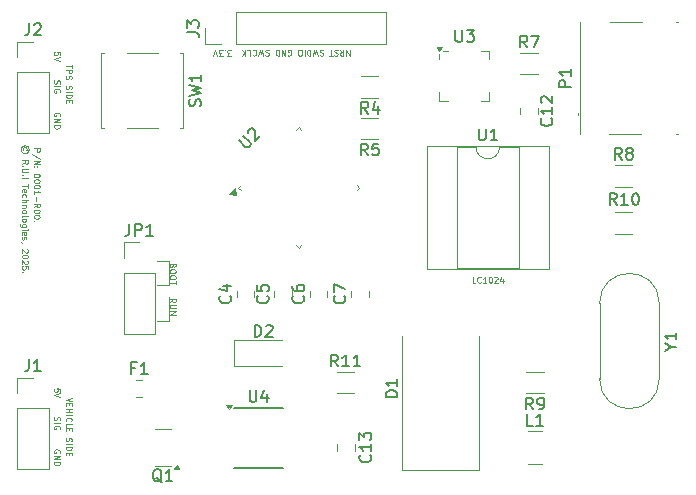
<source format=gbr>
%TF.GenerationSoftware,KiCad,Pcbnew,8.0.6*%
%TF.CreationDate,2025-06-01T13:35:19-05:00*%
%TF.ProjectId,TPS_Calibration_Board,5450535f-4361-46c6-9962-726174696f6e,rev?*%
%TF.SameCoordinates,Original*%
%TF.FileFunction,Legend,Top*%
%TF.FilePolarity,Positive*%
%FSLAX46Y46*%
G04 Gerber Fmt 4.6, Leading zero omitted, Abs format (unit mm)*
G04 Created by KiCad (PCBNEW 8.0.6) date 2025-06-01 13:35:19*
%MOMM*%
%LPD*%
G01*
G04 APERTURE LIST*
%ADD10C,0.100000*%
%ADD11C,0.125000*%
%ADD12C,0.150000*%
%ADD13C,0.120000*%
G04 APERTURE END LIST*
D10*
X30066390Y-43510550D02*
X30304485Y-43343884D01*
X30066390Y-43224836D02*
X30566390Y-43224836D01*
X30566390Y-43224836D02*
X30566390Y-43415312D01*
X30566390Y-43415312D02*
X30542580Y-43462931D01*
X30542580Y-43462931D02*
X30518771Y-43486741D01*
X30518771Y-43486741D02*
X30471152Y-43510550D01*
X30471152Y-43510550D02*
X30399723Y-43510550D01*
X30399723Y-43510550D02*
X30352104Y-43486741D01*
X30352104Y-43486741D02*
X30328295Y-43462931D01*
X30328295Y-43462931D02*
X30304485Y-43415312D01*
X30304485Y-43415312D02*
X30304485Y-43224836D01*
X30566390Y-43724836D02*
X30161628Y-43724836D01*
X30161628Y-43724836D02*
X30114009Y-43748646D01*
X30114009Y-43748646D02*
X30090200Y-43772455D01*
X30090200Y-43772455D02*
X30066390Y-43820074D01*
X30066390Y-43820074D02*
X30066390Y-43915312D01*
X30066390Y-43915312D02*
X30090200Y-43962931D01*
X30090200Y-43962931D02*
X30114009Y-43986741D01*
X30114009Y-43986741D02*
X30161628Y-44010550D01*
X30161628Y-44010550D02*
X30566390Y-44010550D01*
X30066390Y-44248646D02*
X30566390Y-44248646D01*
X30566390Y-44248646D02*
X30066390Y-44534360D01*
X30066390Y-44534360D02*
X30566390Y-44534360D01*
X30000000Y-45040000D02*
X30000000Y-43040000D01*
X29000000Y-45040000D02*
X30000000Y-45040000D01*
X30328295Y-40391503D02*
X30304485Y-40462931D01*
X30304485Y-40462931D02*
X30280676Y-40486741D01*
X30280676Y-40486741D02*
X30233057Y-40510550D01*
X30233057Y-40510550D02*
X30161628Y-40510550D01*
X30161628Y-40510550D02*
X30114009Y-40486741D01*
X30114009Y-40486741D02*
X30090200Y-40462931D01*
X30090200Y-40462931D02*
X30066390Y-40415312D01*
X30066390Y-40415312D02*
X30066390Y-40224836D01*
X30066390Y-40224836D02*
X30566390Y-40224836D01*
X30566390Y-40224836D02*
X30566390Y-40391503D01*
X30566390Y-40391503D02*
X30542580Y-40439122D01*
X30542580Y-40439122D02*
X30518771Y-40462931D01*
X30518771Y-40462931D02*
X30471152Y-40486741D01*
X30471152Y-40486741D02*
X30423533Y-40486741D01*
X30423533Y-40486741D02*
X30375914Y-40462931D01*
X30375914Y-40462931D02*
X30352104Y-40439122D01*
X30352104Y-40439122D02*
X30328295Y-40391503D01*
X30328295Y-40391503D02*
X30328295Y-40224836D01*
X30566390Y-40820074D02*
X30566390Y-40915312D01*
X30566390Y-40915312D02*
X30542580Y-40962931D01*
X30542580Y-40962931D02*
X30494961Y-41010550D01*
X30494961Y-41010550D02*
X30399723Y-41034360D01*
X30399723Y-41034360D02*
X30233057Y-41034360D01*
X30233057Y-41034360D02*
X30137819Y-41010550D01*
X30137819Y-41010550D02*
X30090200Y-40962931D01*
X30090200Y-40962931D02*
X30066390Y-40915312D01*
X30066390Y-40915312D02*
X30066390Y-40820074D01*
X30066390Y-40820074D02*
X30090200Y-40772455D01*
X30090200Y-40772455D02*
X30137819Y-40724836D01*
X30137819Y-40724836D02*
X30233057Y-40701027D01*
X30233057Y-40701027D02*
X30399723Y-40701027D01*
X30399723Y-40701027D02*
X30494961Y-40724836D01*
X30494961Y-40724836D02*
X30542580Y-40772455D01*
X30542580Y-40772455D02*
X30566390Y-40820074D01*
X30566390Y-41343884D02*
X30566390Y-41439122D01*
X30566390Y-41439122D02*
X30542580Y-41486741D01*
X30542580Y-41486741D02*
X30494961Y-41534360D01*
X30494961Y-41534360D02*
X30399723Y-41558170D01*
X30399723Y-41558170D02*
X30233057Y-41558170D01*
X30233057Y-41558170D02*
X30137819Y-41534360D01*
X30137819Y-41534360D02*
X30090200Y-41486741D01*
X30090200Y-41486741D02*
X30066390Y-41439122D01*
X30066390Y-41439122D02*
X30066390Y-41343884D01*
X30066390Y-41343884D02*
X30090200Y-41296265D01*
X30090200Y-41296265D02*
X30137819Y-41248646D01*
X30137819Y-41248646D02*
X30233057Y-41224837D01*
X30233057Y-41224837D02*
X30399723Y-41224837D01*
X30399723Y-41224837D02*
X30494961Y-41248646D01*
X30494961Y-41248646D02*
X30542580Y-41296265D01*
X30542580Y-41296265D02*
X30566390Y-41343884D01*
X30566390Y-41701028D02*
X30566390Y-41986742D01*
X30066390Y-41843885D02*
X30566390Y-41843885D01*
X30000000Y-42040000D02*
X29000000Y-42040000D01*
X30000000Y-40040000D02*
X30000000Y-42040000D01*
X29000000Y-40040000D02*
X30000000Y-40040000D01*
D11*
X20775190Y-51051906D02*
X20775190Y-50813811D01*
X20775190Y-50813811D02*
X20537095Y-50790002D01*
X20537095Y-50790002D02*
X20560904Y-50813811D01*
X20560904Y-50813811D02*
X20584714Y-50861430D01*
X20584714Y-50861430D02*
X20584714Y-50980478D01*
X20584714Y-50980478D02*
X20560904Y-51028097D01*
X20560904Y-51028097D02*
X20537095Y-51051906D01*
X20537095Y-51051906D02*
X20489476Y-51075716D01*
X20489476Y-51075716D02*
X20370428Y-51075716D01*
X20370428Y-51075716D02*
X20322809Y-51051906D01*
X20322809Y-51051906D02*
X20299000Y-51028097D01*
X20299000Y-51028097D02*
X20275190Y-50980478D01*
X20275190Y-50980478D02*
X20275190Y-50861430D01*
X20275190Y-50861430D02*
X20299000Y-50813811D01*
X20299000Y-50813811D02*
X20322809Y-50790002D01*
X20775190Y-51218573D02*
X20275190Y-51385239D01*
X20275190Y-51385239D02*
X20775190Y-51551906D01*
X20299000Y-53218571D02*
X20275190Y-53289999D01*
X20275190Y-53289999D02*
X20275190Y-53409047D01*
X20275190Y-53409047D02*
X20299000Y-53456666D01*
X20299000Y-53456666D02*
X20322809Y-53480475D01*
X20322809Y-53480475D02*
X20370428Y-53504285D01*
X20370428Y-53504285D02*
X20418047Y-53504285D01*
X20418047Y-53504285D02*
X20465666Y-53480475D01*
X20465666Y-53480475D02*
X20489476Y-53456666D01*
X20489476Y-53456666D02*
X20513285Y-53409047D01*
X20513285Y-53409047D02*
X20537095Y-53313809D01*
X20537095Y-53313809D02*
X20560904Y-53266190D01*
X20560904Y-53266190D02*
X20584714Y-53242380D01*
X20584714Y-53242380D02*
X20632333Y-53218571D01*
X20632333Y-53218571D02*
X20679952Y-53218571D01*
X20679952Y-53218571D02*
X20727571Y-53242380D01*
X20727571Y-53242380D02*
X20751380Y-53266190D01*
X20751380Y-53266190D02*
X20775190Y-53313809D01*
X20775190Y-53313809D02*
X20775190Y-53432856D01*
X20775190Y-53432856D02*
X20751380Y-53504285D01*
X20275190Y-53718570D02*
X20775190Y-53718570D01*
X20751380Y-54218570D02*
X20775190Y-54170951D01*
X20775190Y-54170951D02*
X20775190Y-54099522D01*
X20775190Y-54099522D02*
X20751380Y-54028094D01*
X20751380Y-54028094D02*
X20703761Y-53980475D01*
X20703761Y-53980475D02*
X20656142Y-53956665D01*
X20656142Y-53956665D02*
X20560904Y-53932856D01*
X20560904Y-53932856D02*
X20489476Y-53932856D01*
X20489476Y-53932856D02*
X20394238Y-53956665D01*
X20394238Y-53956665D02*
X20346619Y-53980475D01*
X20346619Y-53980475D02*
X20299000Y-54028094D01*
X20299000Y-54028094D02*
X20275190Y-54099522D01*
X20275190Y-54099522D02*
X20275190Y-54147141D01*
X20275190Y-54147141D02*
X20299000Y-54218570D01*
X20299000Y-54218570D02*
X20322809Y-54242379D01*
X20322809Y-54242379D02*
X20489476Y-54242379D01*
X20489476Y-54242379D02*
X20489476Y-54147141D01*
X20751380Y-56242378D02*
X20775190Y-56194759D01*
X20775190Y-56194759D02*
X20775190Y-56123330D01*
X20775190Y-56123330D02*
X20751380Y-56051902D01*
X20751380Y-56051902D02*
X20703761Y-56004283D01*
X20703761Y-56004283D02*
X20656142Y-55980473D01*
X20656142Y-55980473D02*
X20560904Y-55956664D01*
X20560904Y-55956664D02*
X20489476Y-55956664D01*
X20489476Y-55956664D02*
X20394238Y-55980473D01*
X20394238Y-55980473D02*
X20346619Y-56004283D01*
X20346619Y-56004283D02*
X20299000Y-56051902D01*
X20299000Y-56051902D02*
X20275190Y-56123330D01*
X20275190Y-56123330D02*
X20275190Y-56170949D01*
X20275190Y-56170949D02*
X20299000Y-56242378D01*
X20299000Y-56242378D02*
X20322809Y-56266187D01*
X20322809Y-56266187D02*
X20489476Y-56266187D01*
X20489476Y-56266187D02*
X20489476Y-56170949D01*
X20275190Y-56480473D02*
X20775190Y-56480473D01*
X20775190Y-56480473D02*
X20275190Y-56766187D01*
X20275190Y-56766187D02*
X20775190Y-56766187D01*
X20275190Y-57004283D02*
X20775190Y-57004283D01*
X20775190Y-57004283D02*
X20775190Y-57123331D01*
X20775190Y-57123331D02*
X20751380Y-57194759D01*
X20751380Y-57194759D02*
X20703761Y-57242378D01*
X20703761Y-57242378D02*
X20656142Y-57266188D01*
X20656142Y-57266188D02*
X20560904Y-57289997D01*
X20560904Y-57289997D02*
X20489476Y-57289997D01*
X20489476Y-57289997D02*
X20394238Y-57266188D01*
X20394238Y-57266188D02*
X20346619Y-57242378D01*
X20346619Y-57242378D02*
X20299000Y-57194759D01*
X20299000Y-57194759D02*
X20275190Y-57123331D01*
X20275190Y-57123331D02*
X20275190Y-57004283D01*
D10*
X18566390Y-30474836D02*
X19066390Y-30474836D01*
X19066390Y-30474836D02*
X19066390Y-30665312D01*
X19066390Y-30665312D02*
X19042580Y-30712931D01*
X19042580Y-30712931D02*
X19018771Y-30736741D01*
X19018771Y-30736741D02*
X18971152Y-30760550D01*
X18971152Y-30760550D02*
X18899723Y-30760550D01*
X18899723Y-30760550D02*
X18852104Y-30736741D01*
X18852104Y-30736741D02*
X18828295Y-30712931D01*
X18828295Y-30712931D02*
X18804485Y-30665312D01*
X18804485Y-30665312D02*
X18804485Y-30474836D01*
X19090200Y-31331979D02*
X18447342Y-30903408D01*
X18566390Y-31498646D02*
X19066390Y-31498646D01*
X19066390Y-31498646D02*
X18566390Y-31784360D01*
X18566390Y-31784360D02*
X19066390Y-31784360D01*
X18614009Y-32022456D02*
X18590200Y-32046266D01*
X18590200Y-32046266D02*
X18566390Y-32022456D01*
X18566390Y-32022456D02*
X18590200Y-31998647D01*
X18590200Y-31998647D02*
X18614009Y-32022456D01*
X18614009Y-32022456D02*
X18566390Y-32022456D01*
X18875914Y-32022456D02*
X18852104Y-32046266D01*
X18852104Y-32046266D02*
X18828295Y-32022456D01*
X18828295Y-32022456D02*
X18852104Y-31998647D01*
X18852104Y-31998647D02*
X18875914Y-32022456D01*
X18875914Y-32022456D02*
X18828295Y-32022456D01*
X19066390Y-32736741D02*
X19066390Y-32784360D01*
X19066390Y-32784360D02*
X19042580Y-32831979D01*
X19042580Y-32831979D02*
X19018771Y-32855789D01*
X19018771Y-32855789D02*
X18971152Y-32879598D01*
X18971152Y-32879598D02*
X18875914Y-32903408D01*
X18875914Y-32903408D02*
X18756866Y-32903408D01*
X18756866Y-32903408D02*
X18661628Y-32879598D01*
X18661628Y-32879598D02*
X18614009Y-32855789D01*
X18614009Y-32855789D02*
X18590200Y-32831979D01*
X18590200Y-32831979D02*
X18566390Y-32784360D01*
X18566390Y-32784360D02*
X18566390Y-32736741D01*
X18566390Y-32736741D02*
X18590200Y-32689122D01*
X18590200Y-32689122D02*
X18614009Y-32665313D01*
X18614009Y-32665313D02*
X18661628Y-32641503D01*
X18661628Y-32641503D02*
X18756866Y-32617694D01*
X18756866Y-32617694D02*
X18875914Y-32617694D01*
X18875914Y-32617694D02*
X18971152Y-32641503D01*
X18971152Y-32641503D02*
X19018771Y-32665313D01*
X19018771Y-32665313D02*
X19042580Y-32689122D01*
X19042580Y-32689122D02*
X19066390Y-32736741D01*
X19066390Y-33212931D02*
X19066390Y-33260550D01*
X19066390Y-33260550D02*
X19042580Y-33308169D01*
X19042580Y-33308169D02*
X19018771Y-33331979D01*
X19018771Y-33331979D02*
X18971152Y-33355788D01*
X18971152Y-33355788D02*
X18875914Y-33379598D01*
X18875914Y-33379598D02*
X18756866Y-33379598D01*
X18756866Y-33379598D02*
X18661628Y-33355788D01*
X18661628Y-33355788D02*
X18614009Y-33331979D01*
X18614009Y-33331979D02*
X18590200Y-33308169D01*
X18590200Y-33308169D02*
X18566390Y-33260550D01*
X18566390Y-33260550D02*
X18566390Y-33212931D01*
X18566390Y-33212931D02*
X18590200Y-33165312D01*
X18590200Y-33165312D02*
X18614009Y-33141503D01*
X18614009Y-33141503D02*
X18661628Y-33117693D01*
X18661628Y-33117693D02*
X18756866Y-33093884D01*
X18756866Y-33093884D02*
X18875914Y-33093884D01*
X18875914Y-33093884D02*
X18971152Y-33117693D01*
X18971152Y-33117693D02*
X19018771Y-33141503D01*
X19018771Y-33141503D02*
X19042580Y-33165312D01*
X19042580Y-33165312D02*
X19066390Y-33212931D01*
X19066390Y-33689121D02*
X19066390Y-33736740D01*
X19066390Y-33736740D02*
X19042580Y-33784359D01*
X19042580Y-33784359D02*
X19018771Y-33808169D01*
X19018771Y-33808169D02*
X18971152Y-33831978D01*
X18971152Y-33831978D02*
X18875914Y-33855788D01*
X18875914Y-33855788D02*
X18756866Y-33855788D01*
X18756866Y-33855788D02*
X18661628Y-33831978D01*
X18661628Y-33831978D02*
X18614009Y-33808169D01*
X18614009Y-33808169D02*
X18590200Y-33784359D01*
X18590200Y-33784359D02*
X18566390Y-33736740D01*
X18566390Y-33736740D02*
X18566390Y-33689121D01*
X18566390Y-33689121D02*
X18590200Y-33641502D01*
X18590200Y-33641502D02*
X18614009Y-33617693D01*
X18614009Y-33617693D02*
X18661628Y-33593883D01*
X18661628Y-33593883D02*
X18756866Y-33570074D01*
X18756866Y-33570074D02*
X18875914Y-33570074D01*
X18875914Y-33570074D02*
X18971152Y-33593883D01*
X18971152Y-33593883D02*
X19018771Y-33617693D01*
X19018771Y-33617693D02*
X19042580Y-33641502D01*
X19042580Y-33641502D02*
X19066390Y-33689121D01*
X18566390Y-34331978D02*
X18566390Y-34046264D01*
X18566390Y-34189121D02*
X19066390Y-34189121D01*
X19066390Y-34189121D02*
X18994961Y-34141502D01*
X18994961Y-34141502D02*
X18947342Y-34093883D01*
X18947342Y-34093883D02*
X18923533Y-34046264D01*
X18756866Y-34546263D02*
X18756866Y-34927216D01*
X18566390Y-35451025D02*
X18804485Y-35284359D01*
X18566390Y-35165311D02*
X19066390Y-35165311D01*
X19066390Y-35165311D02*
X19066390Y-35355787D01*
X19066390Y-35355787D02*
X19042580Y-35403406D01*
X19042580Y-35403406D02*
X19018771Y-35427216D01*
X19018771Y-35427216D02*
X18971152Y-35451025D01*
X18971152Y-35451025D02*
X18899723Y-35451025D01*
X18899723Y-35451025D02*
X18852104Y-35427216D01*
X18852104Y-35427216D02*
X18828295Y-35403406D01*
X18828295Y-35403406D02*
X18804485Y-35355787D01*
X18804485Y-35355787D02*
X18804485Y-35165311D01*
X19066390Y-35760549D02*
X19066390Y-35808168D01*
X19066390Y-35808168D02*
X19042580Y-35855787D01*
X19042580Y-35855787D02*
X19018771Y-35879597D01*
X19018771Y-35879597D02*
X18971152Y-35903406D01*
X18971152Y-35903406D02*
X18875914Y-35927216D01*
X18875914Y-35927216D02*
X18756866Y-35927216D01*
X18756866Y-35927216D02*
X18661628Y-35903406D01*
X18661628Y-35903406D02*
X18614009Y-35879597D01*
X18614009Y-35879597D02*
X18590200Y-35855787D01*
X18590200Y-35855787D02*
X18566390Y-35808168D01*
X18566390Y-35808168D02*
X18566390Y-35760549D01*
X18566390Y-35760549D02*
X18590200Y-35712930D01*
X18590200Y-35712930D02*
X18614009Y-35689121D01*
X18614009Y-35689121D02*
X18661628Y-35665311D01*
X18661628Y-35665311D02*
X18756866Y-35641502D01*
X18756866Y-35641502D02*
X18875914Y-35641502D01*
X18875914Y-35641502D02*
X18971152Y-35665311D01*
X18971152Y-35665311D02*
X19018771Y-35689121D01*
X19018771Y-35689121D02*
X19042580Y-35712930D01*
X19042580Y-35712930D02*
X19066390Y-35760549D01*
X19066390Y-36236739D02*
X19066390Y-36284358D01*
X19066390Y-36284358D02*
X19042580Y-36331977D01*
X19042580Y-36331977D02*
X19018771Y-36355787D01*
X19018771Y-36355787D02*
X18971152Y-36379596D01*
X18971152Y-36379596D02*
X18875914Y-36403406D01*
X18875914Y-36403406D02*
X18756866Y-36403406D01*
X18756866Y-36403406D02*
X18661628Y-36379596D01*
X18661628Y-36379596D02*
X18614009Y-36355787D01*
X18614009Y-36355787D02*
X18590200Y-36331977D01*
X18590200Y-36331977D02*
X18566390Y-36284358D01*
X18566390Y-36284358D02*
X18566390Y-36236739D01*
X18566390Y-36236739D02*
X18590200Y-36189120D01*
X18590200Y-36189120D02*
X18614009Y-36165311D01*
X18614009Y-36165311D02*
X18661628Y-36141501D01*
X18661628Y-36141501D02*
X18756866Y-36117692D01*
X18756866Y-36117692D02*
X18875914Y-36117692D01*
X18875914Y-36117692D02*
X18971152Y-36141501D01*
X18971152Y-36141501D02*
X19018771Y-36165311D01*
X19018771Y-36165311D02*
X19042580Y-36189120D01*
X19042580Y-36189120D02*
X19066390Y-36236739D01*
X18614009Y-36617691D02*
X18590200Y-36641501D01*
X18590200Y-36641501D02*
X18566390Y-36617691D01*
X18566390Y-36617691D02*
X18590200Y-36593882D01*
X18590200Y-36593882D02*
X18614009Y-36617691D01*
X18614009Y-36617691D02*
X18566390Y-36617691D01*
X17947342Y-30629598D02*
X17971152Y-30581979D01*
X17971152Y-30581979D02*
X17971152Y-30486741D01*
X17971152Y-30486741D02*
X17947342Y-30439122D01*
X17947342Y-30439122D02*
X17899723Y-30391503D01*
X17899723Y-30391503D02*
X17852104Y-30367693D01*
X17852104Y-30367693D02*
X17756866Y-30367693D01*
X17756866Y-30367693D02*
X17709247Y-30391503D01*
X17709247Y-30391503D02*
X17661628Y-30439122D01*
X17661628Y-30439122D02*
X17637819Y-30486741D01*
X17637819Y-30486741D02*
X17637819Y-30581979D01*
X17637819Y-30581979D02*
X17661628Y-30629598D01*
X18137819Y-30534360D02*
X18114009Y-30415312D01*
X18114009Y-30415312D02*
X18042580Y-30296265D01*
X18042580Y-30296265D02*
X17923533Y-30224836D01*
X17923533Y-30224836D02*
X17804485Y-30201027D01*
X17804485Y-30201027D02*
X17685438Y-30224836D01*
X17685438Y-30224836D02*
X17566390Y-30296265D01*
X17566390Y-30296265D02*
X17494961Y-30415312D01*
X17494961Y-30415312D02*
X17471152Y-30534360D01*
X17471152Y-30534360D02*
X17494961Y-30653408D01*
X17494961Y-30653408D02*
X17566390Y-30772455D01*
X17566390Y-30772455D02*
X17685438Y-30843884D01*
X17685438Y-30843884D02*
X17804485Y-30867693D01*
X17804485Y-30867693D02*
X17923533Y-30843884D01*
X17923533Y-30843884D02*
X18042580Y-30772455D01*
X18042580Y-30772455D02*
X18114009Y-30653408D01*
X18114009Y-30653408D02*
X18137819Y-30534360D01*
X17566390Y-31748645D02*
X17804485Y-31581979D01*
X17566390Y-31462931D02*
X18066390Y-31462931D01*
X18066390Y-31462931D02*
X18066390Y-31653407D01*
X18066390Y-31653407D02*
X18042580Y-31701026D01*
X18042580Y-31701026D02*
X18018771Y-31724836D01*
X18018771Y-31724836D02*
X17971152Y-31748645D01*
X17971152Y-31748645D02*
X17899723Y-31748645D01*
X17899723Y-31748645D02*
X17852104Y-31724836D01*
X17852104Y-31724836D02*
X17828295Y-31701026D01*
X17828295Y-31701026D02*
X17804485Y-31653407D01*
X17804485Y-31653407D02*
X17804485Y-31462931D01*
X17614009Y-31962931D02*
X17590200Y-31986741D01*
X17590200Y-31986741D02*
X17566390Y-31962931D01*
X17566390Y-31962931D02*
X17590200Y-31939122D01*
X17590200Y-31939122D02*
X17614009Y-31962931D01*
X17614009Y-31962931D02*
X17566390Y-31962931D01*
X18066390Y-32201026D02*
X17661628Y-32201026D01*
X17661628Y-32201026D02*
X17614009Y-32224836D01*
X17614009Y-32224836D02*
X17590200Y-32248645D01*
X17590200Y-32248645D02*
X17566390Y-32296264D01*
X17566390Y-32296264D02*
X17566390Y-32391502D01*
X17566390Y-32391502D02*
X17590200Y-32439121D01*
X17590200Y-32439121D02*
X17614009Y-32462931D01*
X17614009Y-32462931D02*
X17661628Y-32486740D01*
X17661628Y-32486740D02*
X18066390Y-32486740D01*
X17614009Y-32724836D02*
X17590200Y-32748646D01*
X17590200Y-32748646D02*
X17566390Y-32724836D01*
X17566390Y-32724836D02*
X17590200Y-32701027D01*
X17590200Y-32701027D02*
X17614009Y-32724836D01*
X17614009Y-32724836D02*
X17566390Y-32724836D01*
X17566390Y-32962931D02*
X18066390Y-32962931D01*
X18066390Y-33510550D02*
X18066390Y-33796264D01*
X17566390Y-33653407D02*
X18066390Y-33653407D01*
X17590200Y-34153406D02*
X17566390Y-34105787D01*
X17566390Y-34105787D02*
X17566390Y-34010549D01*
X17566390Y-34010549D02*
X17590200Y-33962930D01*
X17590200Y-33962930D02*
X17637819Y-33939121D01*
X17637819Y-33939121D02*
X17828295Y-33939121D01*
X17828295Y-33939121D02*
X17875914Y-33962930D01*
X17875914Y-33962930D02*
X17899723Y-34010549D01*
X17899723Y-34010549D02*
X17899723Y-34105787D01*
X17899723Y-34105787D02*
X17875914Y-34153406D01*
X17875914Y-34153406D02*
X17828295Y-34177216D01*
X17828295Y-34177216D02*
X17780676Y-34177216D01*
X17780676Y-34177216D02*
X17733057Y-33939121D01*
X17590200Y-34605787D02*
X17566390Y-34558168D01*
X17566390Y-34558168D02*
X17566390Y-34462930D01*
X17566390Y-34462930D02*
X17590200Y-34415311D01*
X17590200Y-34415311D02*
X17614009Y-34391501D01*
X17614009Y-34391501D02*
X17661628Y-34367692D01*
X17661628Y-34367692D02*
X17804485Y-34367692D01*
X17804485Y-34367692D02*
X17852104Y-34391501D01*
X17852104Y-34391501D02*
X17875914Y-34415311D01*
X17875914Y-34415311D02*
X17899723Y-34462930D01*
X17899723Y-34462930D02*
X17899723Y-34558168D01*
X17899723Y-34558168D02*
X17875914Y-34605787D01*
X17566390Y-34820072D02*
X18066390Y-34820072D01*
X17566390Y-35034358D02*
X17828295Y-35034358D01*
X17828295Y-35034358D02*
X17875914Y-35010548D01*
X17875914Y-35010548D02*
X17899723Y-34962929D01*
X17899723Y-34962929D02*
X17899723Y-34891501D01*
X17899723Y-34891501D02*
X17875914Y-34843882D01*
X17875914Y-34843882D02*
X17852104Y-34820072D01*
X17899723Y-35272453D02*
X17566390Y-35272453D01*
X17852104Y-35272453D02*
X17875914Y-35296263D01*
X17875914Y-35296263D02*
X17899723Y-35343882D01*
X17899723Y-35343882D02*
X17899723Y-35415310D01*
X17899723Y-35415310D02*
X17875914Y-35462929D01*
X17875914Y-35462929D02*
X17828295Y-35486739D01*
X17828295Y-35486739D02*
X17566390Y-35486739D01*
X17566390Y-35796263D02*
X17590200Y-35748644D01*
X17590200Y-35748644D02*
X17614009Y-35724834D01*
X17614009Y-35724834D02*
X17661628Y-35701025D01*
X17661628Y-35701025D02*
X17804485Y-35701025D01*
X17804485Y-35701025D02*
X17852104Y-35724834D01*
X17852104Y-35724834D02*
X17875914Y-35748644D01*
X17875914Y-35748644D02*
X17899723Y-35796263D01*
X17899723Y-35796263D02*
X17899723Y-35867691D01*
X17899723Y-35867691D02*
X17875914Y-35915310D01*
X17875914Y-35915310D02*
X17852104Y-35939120D01*
X17852104Y-35939120D02*
X17804485Y-35962929D01*
X17804485Y-35962929D02*
X17661628Y-35962929D01*
X17661628Y-35962929D02*
X17614009Y-35939120D01*
X17614009Y-35939120D02*
X17590200Y-35915310D01*
X17590200Y-35915310D02*
X17566390Y-35867691D01*
X17566390Y-35867691D02*
X17566390Y-35796263D01*
X17566390Y-36248644D02*
X17590200Y-36201025D01*
X17590200Y-36201025D02*
X17637819Y-36177215D01*
X17637819Y-36177215D02*
X18066390Y-36177215D01*
X17566390Y-36510549D02*
X17590200Y-36462930D01*
X17590200Y-36462930D02*
X17614009Y-36439120D01*
X17614009Y-36439120D02*
X17661628Y-36415311D01*
X17661628Y-36415311D02*
X17804485Y-36415311D01*
X17804485Y-36415311D02*
X17852104Y-36439120D01*
X17852104Y-36439120D02*
X17875914Y-36462930D01*
X17875914Y-36462930D02*
X17899723Y-36510549D01*
X17899723Y-36510549D02*
X17899723Y-36581977D01*
X17899723Y-36581977D02*
X17875914Y-36629596D01*
X17875914Y-36629596D02*
X17852104Y-36653406D01*
X17852104Y-36653406D02*
X17804485Y-36677215D01*
X17804485Y-36677215D02*
X17661628Y-36677215D01*
X17661628Y-36677215D02*
X17614009Y-36653406D01*
X17614009Y-36653406D02*
X17590200Y-36629596D01*
X17590200Y-36629596D02*
X17566390Y-36581977D01*
X17566390Y-36581977D02*
X17566390Y-36510549D01*
X17899723Y-37105787D02*
X17494961Y-37105787D01*
X17494961Y-37105787D02*
X17447342Y-37081977D01*
X17447342Y-37081977D02*
X17423533Y-37058168D01*
X17423533Y-37058168D02*
X17399723Y-37010549D01*
X17399723Y-37010549D02*
X17399723Y-36939120D01*
X17399723Y-36939120D02*
X17423533Y-36891501D01*
X17590200Y-37105787D02*
X17566390Y-37058168D01*
X17566390Y-37058168D02*
X17566390Y-36962930D01*
X17566390Y-36962930D02*
X17590200Y-36915311D01*
X17590200Y-36915311D02*
X17614009Y-36891501D01*
X17614009Y-36891501D02*
X17661628Y-36867692D01*
X17661628Y-36867692D02*
X17804485Y-36867692D01*
X17804485Y-36867692D02*
X17852104Y-36891501D01*
X17852104Y-36891501D02*
X17875914Y-36915311D01*
X17875914Y-36915311D02*
X17899723Y-36962930D01*
X17899723Y-36962930D02*
X17899723Y-37058168D01*
X17899723Y-37058168D02*
X17875914Y-37105787D01*
X17566390Y-37343882D02*
X17899723Y-37343882D01*
X18066390Y-37343882D02*
X18042580Y-37320073D01*
X18042580Y-37320073D02*
X18018771Y-37343882D01*
X18018771Y-37343882D02*
X18042580Y-37367692D01*
X18042580Y-37367692D02*
X18066390Y-37343882D01*
X18066390Y-37343882D02*
X18018771Y-37343882D01*
X17590200Y-37772453D02*
X17566390Y-37724834D01*
X17566390Y-37724834D02*
X17566390Y-37629596D01*
X17566390Y-37629596D02*
X17590200Y-37581977D01*
X17590200Y-37581977D02*
X17637819Y-37558168D01*
X17637819Y-37558168D02*
X17828295Y-37558168D01*
X17828295Y-37558168D02*
X17875914Y-37581977D01*
X17875914Y-37581977D02*
X17899723Y-37629596D01*
X17899723Y-37629596D02*
X17899723Y-37724834D01*
X17899723Y-37724834D02*
X17875914Y-37772453D01*
X17875914Y-37772453D02*
X17828295Y-37796263D01*
X17828295Y-37796263D02*
X17780676Y-37796263D01*
X17780676Y-37796263D02*
X17733057Y-37558168D01*
X17590200Y-37986739D02*
X17566390Y-38034358D01*
X17566390Y-38034358D02*
X17566390Y-38129596D01*
X17566390Y-38129596D02*
X17590200Y-38177215D01*
X17590200Y-38177215D02*
X17637819Y-38201024D01*
X17637819Y-38201024D02*
X17661628Y-38201024D01*
X17661628Y-38201024D02*
X17709247Y-38177215D01*
X17709247Y-38177215D02*
X17733057Y-38129596D01*
X17733057Y-38129596D02*
X17733057Y-38058167D01*
X17733057Y-38058167D02*
X17756866Y-38010548D01*
X17756866Y-38010548D02*
X17804485Y-37986739D01*
X17804485Y-37986739D02*
X17828295Y-37986739D01*
X17828295Y-37986739D02*
X17875914Y-38010548D01*
X17875914Y-38010548D02*
X17899723Y-38058167D01*
X17899723Y-38058167D02*
X17899723Y-38129596D01*
X17899723Y-38129596D02*
X17875914Y-38177215D01*
X17590200Y-38439120D02*
X17566390Y-38439120D01*
X17566390Y-38439120D02*
X17518771Y-38415310D01*
X17518771Y-38415310D02*
X17494961Y-38391501D01*
X18018771Y-39010548D02*
X18042580Y-39034357D01*
X18042580Y-39034357D02*
X18066390Y-39081976D01*
X18066390Y-39081976D02*
X18066390Y-39201024D01*
X18066390Y-39201024D02*
X18042580Y-39248643D01*
X18042580Y-39248643D02*
X18018771Y-39272452D01*
X18018771Y-39272452D02*
X17971152Y-39296262D01*
X17971152Y-39296262D02*
X17923533Y-39296262D01*
X17923533Y-39296262D02*
X17852104Y-39272452D01*
X17852104Y-39272452D02*
X17566390Y-38986738D01*
X17566390Y-38986738D02*
X17566390Y-39296262D01*
X18066390Y-39605785D02*
X18066390Y-39653404D01*
X18066390Y-39653404D02*
X18042580Y-39701023D01*
X18042580Y-39701023D02*
X18018771Y-39724833D01*
X18018771Y-39724833D02*
X17971152Y-39748642D01*
X17971152Y-39748642D02*
X17875914Y-39772452D01*
X17875914Y-39772452D02*
X17756866Y-39772452D01*
X17756866Y-39772452D02*
X17661628Y-39748642D01*
X17661628Y-39748642D02*
X17614009Y-39724833D01*
X17614009Y-39724833D02*
X17590200Y-39701023D01*
X17590200Y-39701023D02*
X17566390Y-39653404D01*
X17566390Y-39653404D02*
X17566390Y-39605785D01*
X17566390Y-39605785D02*
X17590200Y-39558166D01*
X17590200Y-39558166D02*
X17614009Y-39534357D01*
X17614009Y-39534357D02*
X17661628Y-39510547D01*
X17661628Y-39510547D02*
X17756866Y-39486738D01*
X17756866Y-39486738D02*
X17875914Y-39486738D01*
X17875914Y-39486738D02*
X17971152Y-39510547D01*
X17971152Y-39510547D02*
X18018771Y-39534357D01*
X18018771Y-39534357D02*
X18042580Y-39558166D01*
X18042580Y-39558166D02*
X18066390Y-39605785D01*
X18018771Y-39962928D02*
X18042580Y-39986737D01*
X18042580Y-39986737D02*
X18066390Y-40034356D01*
X18066390Y-40034356D02*
X18066390Y-40153404D01*
X18066390Y-40153404D02*
X18042580Y-40201023D01*
X18042580Y-40201023D02*
X18018771Y-40224832D01*
X18018771Y-40224832D02*
X17971152Y-40248642D01*
X17971152Y-40248642D02*
X17923533Y-40248642D01*
X17923533Y-40248642D02*
X17852104Y-40224832D01*
X17852104Y-40224832D02*
X17566390Y-39939118D01*
X17566390Y-39939118D02*
X17566390Y-40248642D01*
X18066390Y-40701022D02*
X18066390Y-40462927D01*
X18066390Y-40462927D02*
X17828295Y-40439118D01*
X17828295Y-40439118D02*
X17852104Y-40462927D01*
X17852104Y-40462927D02*
X17875914Y-40510546D01*
X17875914Y-40510546D02*
X17875914Y-40629594D01*
X17875914Y-40629594D02*
X17852104Y-40677213D01*
X17852104Y-40677213D02*
X17828295Y-40701022D01*
X17828295Y-40701022D02*
X17780676Y-40724832D01*
X17780676Y-40724832D02*
X17661628Y-40724832D01*
X17661628Y-40724832D02*
X17614009Y-40701022D01*
X17614009Y-40701022D02*
X17590200Y-40677213D01*
X17590200Y-40677213D02*
X17566390Y-40629594D01*
X17566390Y-40629594D02*
X17566390Y-40510546D01*
X17566390Y-40510546D02*
X17590200Y-40462927D01*
X17590200Y-40462927D02*
X17614009Y-40439118D01*
X17614009Y-40939117D02*
X17590200Y-40962927D01*
X17590200Y-40962927D02*
X17566390Y-40939117D01*
X17566390Y-40939117D02*
X17590200Y-40915308D01*
X17590200Y-40915308D02*
X17614009Y-40939117D01*
X17614009Y-40939117D02*
X17566390Y-40939117D01*
D11*
X20775190Y-22551906D02*
X20775190Y-22313811D01*
X20775190Y-22313811D02*
X20537095Y-22290002D01*
X20537095Y-22290002D02*
X20560904Y-22313811D01*
X20560904Y-22313811D02*
X20584714Y-22361430D01*
X20584714Y-22361430D02*
X20584714Y-22480478D01*
X20584714Y-22480478D02*
X20560904Y-22528097D01*
X20560904Y-22528097D02*
X20537095Y-22551906D01*
X20537095Y-22551906D02*
X20489476Y-22575716D01*
X20489476Y-22575716D02*
X20370428Y-22575716D01*
X20370428Y-22575716D02*
X20322809Y-22551906D01*
X20322809Y-22551906D02*
X20299000Y-22528097D01*
X20299000Y-22528097D02*
X20275190Y-22480478D01*
X20275190Y-22480478D02*
X20275190Y-22361430D01*
X20275190Y-22361430D02*
X20299000Y-22313811D01*
X20299000Y-22313811D02*
X20322809Y-22290002D01*
X20775190Y-22718573D02*
X20275190Y-22885239D01*
X20275190Y-22885239D02*
X20775190Y-23051906D01*
X20299000Y-24718571D02*
X20275190Y-24789999D01*
X20275190Y-24789999D02*
X20275190Y-24909047D01*
X20275190Y-24909047D02*
X20299000Y-24956666D01*
X20299000Y-24956666D02*
X20322809Y-24980475D01*
X20322809Y-24980475D02*
X20370428Y-25004285D01*
X20370428Y-25004285D02*
X20418047Y-25004285D01*
X20418047Y-25004285D02*
X20465666Y-24980475D01*
X20465666Y-24980475D02*
X20489476Y-24956666D01*
X20489476Y-24956666D02*
X20513285Y-24909047D01*
X20513285Y-24909047D02*
X20537095Y-24813809D01*
X20537095Y-24813809D02*
X20560904Y-24766190D01*
X20560904Y-24766190D02*
X20584714Y-24742380D01*
X20584714Y-24742380D02*
X20632333Y-24718571D01*
X20632333Y-24718571D02*
X20679952Y-24718571D01*
X20679952Y-24718571D02*
X20727571Y-24742380D01*
X20727571Y-24742380D02*
X20751380Y-24766190D01*
X20751380Y-24766190D02*
X20775190Y-24813809D01*
X20775190Y-24813809D02*
X20775190Y-24932856D01*
X20775190Y-24932856D02*
X20751380Y-25004285D01*
X20275190Y-25218570D02*
X20775190Y-25218570D01*
X20751380Y-25718570D02*
X20775190Y-25670951D01*
X20775190Y-25670951D02*
X20775190Y-25599522D01*
X20775190Y-25599522D02*
X20751380Y-25528094D01*
X20751380Y-25528094D02*
X20703761Y-25480475D01*
X20703761Y-25480475D02*
X20656142Y-25456665D01*
X20656142Y-25456665D02*
X20560904Y-25432856D01*
X20560904Y-25432856D02*
X20489476Y-25432856D01*
X20489476Y-25432856D02*
X20394238Y-25456665D01*
X20394238Y-25456665D02*
X20346619Y-25480475D01*
X20346619Y-25480475D02*
X20299000Y-25528094D01*
X20299000Y-25528094D02*
X20275190Y-25599522D01*
X20275190Y-25599522D02*
X20275190Y-25647141D01*
X20275190Y-25647141D02*
X20299000Y-25718570D01*
X20299000Y-25718570D02*
X20322809Y-25742379D01*
X20322809Y-25742379D02*
X20489476Y-25742379D01*
X20489476Y-25742379D02*
X20489476Y-25647141D01*
X20751380Y-27742378D02*
X20775190Y-27694759D01*
X20775190Y-27694759D02*
X20775190Y-27623330D01*
X20775190Y-27623330D02*
X20751380Y-27551902D01*
X20751380Y-27551902D02*
X20703761Y-27504283D01*
X20703761Y-27504283D02*
X20656142Y-27480473D01*
X20656142Y-27480473D02*
X20560904Y-27456664D01*
X20560904Y-27456664D02*
X20489476Y-27456664D01*
X20489476Y-27456664D02*
X20394238Y-27480473D01*
X20394238Y-27480473D02*
X20346619Y-27504283D01*
X20346619Y-27504283D02*
X20299000Y-27551902D01*
X20299000Y-27551902D02*
X20275190Y-27623330D01*
X20275190Y-27623330D02*
X20275190Y-27670949D01*
X20275190Y-27670949D02*
X20299000Y-27742378D01*
X20299000Y-27742378D02*
X20322809Y-27766187D01*
X20322809Y-27766187D02*
X20489476Y-27766187D01*
X20489476Y-27766187D02*
X20489476Y-27670949D01*
X20275190Y-27980473D02*
X20775190Y-27980473D01*
X20775190Y-27980473D02*
X20275190Y-28266187D01*
X20275190Y-28266187D02*
X20775190Y-28266187D01*
X20275190Y-28504283D02*
X20775190Y-28504283D01*
X20775190Y-28504283D02*
X20775190Y-28623331D01*
X20775190Y-28623331D02*
X20751380Y-28694759D01*
X20751380Y-28694759D02*
X20703761Y-28742378D01*
X20703761Y-28742378D02*
X20656142Y-28766188D01*
X20656142Y-28766188D02*
X20560904Y-28789997D01*
X20560904Y-28789997D02*
X20489476Y-28789997D01*
X20489476Y-28789997D02*
X20394238Y-28766188D01*
X20394238Y-28766188D02*
X20346619Y-28742378D01*
X20346619Y-28742378D02*
X20299000Y-28694759D01*
X20299000Y-28694759D02*
X20275190Y-28623331D01*
X20275190Y-28623331D02*
X20275190Y-28504283D01*
X45298716Y-22107690D02*
X45298716Y-22607690D01*
X45298716Y-22607690D02*
X45013002Y-22107690D01*
X45013002Y-22107690D02*
X45013002Y-22607690D01*
X44489192Y-22107690D02*
X44655858Y-22345785D01*
X44774906Y-22107690D02*
X44774906Y-22607690D01*
X44774906Y-22607690D02*
X44584430Y-22607690D01*
X44584430Y-22607690D02*
X44536811Y-22583880D01*
X44536811Y-22583880D02*
X44513001Y-22560071D01*
X44513001Y-22560071D02*
X44489192Y-22512452D01*
X44489192Y-22512452D02*
X44489192Y-22441023D01*
X44489192Y-22441023D02*
X44513001Y-22393404D01*
X44513001Y-22393404D02*
X44536811Y-22369595D01*
X44536811Y-22369595D02*
X44584430Y-22345785D01*
X44584430Y-22345785D02*
X44774906Y-22345785D01*
X44298715Y-22131500D02*
X44227287Y-22107690D01*
X44227287Y-22107690D02*
X44108239Y-22107690D01*
X44108239Y-22107690D02*
X44060620Y-22131500D01*
X44060620Y-22131500D02*
X44036811Y-22155309D01*
X44036811Y-22155309D02*
X44013001Y-22202928D01*
X44013001Y-22202928D02*
X44013001Y-22250547D01*
X44013001Y-22250547D02*
X44036811Y-22298166D01*
X44036811Y-22298166D02*
X44060620Y-22321976D01*
X44060620Y-22321976D02*
X44108239Y-22345785D01*
X44108239Y-22345785D02*
X44203477Y-22369595D01*
X44203477Y-22369595D02*
X44251096Y-22393404D01*
X44251096Y-22393404D02*
X44274906Y-22417214D01*
X44274906Y-22417214D02*
X44298715Y-22464833D01*
X44298715Y-22464833D02*
X44298715Y-22512452D01*
X44298715Y-22512452D02*
X44274906Y-22560071D01*
X44274906Y-22560071D02*
X44251096Y-22583880D01*
X44251096Y-22583880D02*
X44203477Y-22607690D01*
X44203477Y-22607690D02*
X44084430Y-22607690D01*
X44084430Y-22607690D02*
X44013001Y-22583880D01*
X43870144Y-22607690D02*
X43584430Y-22607690D01*
X43727287Y-22107690D02*
X43727287Y-22607690D01*
X43060621Y-22131500D02*
X42989193Y-22107690D01*
X42989193Y-22107690D02*
X42870145Y-22107690D01*
X42870145Y-22107690D02*
X42822526Y-22131500D01*
X42822526Y-22131500D02*
X42798717Y-22155309D01*
X42798717Y-22155309D02*
X42774907Y-22202928D01*
X42774907Y-22202928D02*
X42774907Y-22250547D01*
X42774907Y-22250547D02*
X42798717Y-22298166D01*
X42798717Y-22298166D02*
X42822526Y-22321976D01*
X42822526Y-22321976D02*
X42870145Y-22345785D01*
X42870145Y-22345785D02*
X42965383Y-22369595D01*
X42965383Y-22369595D02*
X43013002Y-22393404D01*
X43013002Y-22393404D02*
X43036812Y-22417214D01*
X43036812Y-22417214D02*
X43060621Y-22464833D01*
X43060621Y-22464833D02*
X43060621Y-22512452D01*
X43060621Y-22512452D02*
X43036812Y-22560071D01*
X43036812Y-22560071D02*
X43013002Y-22583880D01*
X43013002Y-22583880D02*
X42965383Y-22607690D01*
X42965383Y-22607690D02*
X42846336Y-22607690D01*
X42846336Y-22607690D02*
X42774907Y-22583880D01*
X42608241Y-22607690D02*
X42489193Y-22107690D01*
X42489193Y-22107690D02*
X42393955Y-22464833D01*
X42393955Y-22464833D02*
X42298717Y-22107690D01*
X42298717Y-22107690D02*
X42179670Y-22607690D01*
X41989193Y-22107690D02*
X41989193Y-22607690D01*
X41989193Y-22607690D02*
X41870145Y-22607690D01*
X41870145Y-22607690D02*
X41798717Y-22583880D01*
X41798717Y-22583880D02*
X41751098Y-22536261D01*
X41751098Y-22536261D02*
X41727288Y-22488642D01*
X41727288Y-22488642D02*
X41703479Y-22393404D01*
X41703479Y-22393404D02*
X41703479Y-22321976D01*
X41703479Y-22321976D02*
X41727288Y-22226738D01*
X41727288Y-22226738D02*
X41751098Y-22179119D01*
X41751098Y-22179119D02*
X41798717Y-22131500D01*
X41798717Y-22131500D02*
X41870145Y-22107690D01*
X41870145Y-22107690D02*
X41989193Y-22107690D01*
X41489193Y-22107690D02*
X41489193Y-22607690D01*
X41155860Y-22607690D02*
X41060622Y-22607690D01*
X41060622Y-22607690D02*
X41013003Y-22583880D01*
X41013003Y-22583880D02*
X40965384Y-22536261D01*
X40965384Y-22536261D02*
X40941574Y-22441023D01*
X40941574Y-22441023D02*
X40941574Y-22274357D01*
X40941574Y-22274357D02*
X40965384Y-22179119D01*
X40965384Y-22179119D02*
X41013003Y-22131500D01*
X41013003Y-22131500D02*
X41060622Y-22107690D01*
X41060622Y-22107690D02*
X41155860Y-22107690D01*
X41155860Y-22107690D02*
X41203479Y-22131500D01*
X41203479Y-22131500D02*
X41251098Y-22179119D01*
X41251098Y-22179119D02*
X41274907Y-22274357D01*
X41274907Y-22274357D02*
X41274907Y-22441023D01*
X41274907Y-22441023D02*
X41251098Y-22536261D01*
X41251098Y-22536261D02*
X41203479Y-22583880D01*
X41203479Y-22583880D02*
X41155860Y-22607690D01*
X40084431Y-22583880D02*
X40132050Y-22607690D01*
X40132050Y-22607690D02*
X40203479Y-22607690D01*
X40203479Y-22607690D02*
X40274907Y-22583880D01*
X40274907Y-22583880D02*
X40322526Y-22536261D01*
X40322526Y-22536261D02*
X40346336Y-22488642D01*
X40346336Y-22488642D02*
X40370145Y-22393404D01*
X40370145Y-22393404D02*
X40370145Y-22321976D01*
X40370145Y-22321976D02*
X40346336Y-22226738D01*
X40346336Y-22226738D02*
X40322526Y-22179119D01*
X40322526Y-22179119D02*
X40274907Y-22131500D01*
X40274907Y-22131500D02*
X40203479Y-22107690D01*
X40203479Y-22107690D02*
X40155860Y-22107690D01*
X40155860Y-22107690D02*
X40084431Y-22131500D01*
X40084431Y-22131500D02*
X40060622Y-22155309D01*
X40060622Y-22155309D02*
X40060622Y-22321976D01*
X40060622Y-22321976D02*
X40155860Y-22321976D01*
X39846336Y-22107690D02*
X39846336Y-22607690D01*
X39846336Y-22607690D02*
X39560622Y-22107690D01*
X39560622Y-22107690D02*
X39560622Y-22607690D01*
X39322526Y-22107690D02*
X39322526Y-22607690D01*
X39322526Y-22607690D02*
X39203478Y-22607690D01*
X39203478Y-22607690D02*
X39132050Y-22583880D01*
X39132050Y-22583880D02*
X39084431Y-22536261D01*
X39084431Y-22536261D02*
X39060621Y-22488642D01*
X39060621Y-22488642D02*
X39036812Y-22393404D01*
X39036812Y-22393404D02*
X39036812Y-22321976D01*
X39036812Y-22321976D02*
X39060621Y-22226738D01*
X39060621Y-22226738D02*
X39084431Y-22179119D01*
X39084431Y-22179119D02*
X39132050Y-22131500D01*
X39132050Y-22131500D02*
X39203478Y-22107690D01*
X39203478Y-22107690D02*
X39322526Y-22107690D01*
X38465383Y-22131500D02*
X38393955Y-22107690D01*
X38393955Y-22107690D02*
X38274907Y-22107690D01*
X38274907Y-22107690D02*
X38227288Y-22131500D01*
X38227288Y-22131500D02*
X38203479Y-22155309D01*
X38203479Y-22155309D02*
X38179669Y-22202928D01*
X38179669Y-22202928D02*
X38179669Y-22250547D01*
X38179669Y-22250547D02*
X38203479Y-22298166D01*
X38203479Y-22298166D02*
X38227288Y-22321976D01*
X38227288Y-22321976D02*
X38274907Y-22345785D01*
X38274907Y-22345785D02*
X38370145Y-22369595D01*
X38370145Y-22369595D02*
X38417764Y-22393404D01*
X38417764Y-22393404D02*
X38441574Y-22417214D01*
X38441574Y-22417214D02*
X38465383Y-22464833D01*
X38465383Y-22464833D02*
X38465383Y-22512452D01*
X38465383Y-22512452D02*
X38441574Y-22560071D01*
X38441574Y-22560071D02*
X38417764Y-22583880D01*
X38417764Y-22583880D02*
X38370145Y-22607690D01*
X38370145Y-22607690D02*
X38251098Y-22607690D01*
X38251098Y-22607690D02*
X38179669Y-22583880D01*
X38013003Y-22607690D02*
X37893955Y-22107690D01*
X37893955Y-22107690D02*
X37798717Y-22464833D01*
X37798717Y-22464833D02*
X37703479Y-22107690D01*
X37703479Y-22107690D02*
X37584432Y-22607690D01*
X37108241Y-22155309D02*
X37132050Y-22131500D01*
X37132050Y-22131500D02*
X37203479Y-22107690D01*
X37203479Y-22107690D02*
X37251098Y-22107690D01*
X37251098Y-22107690D02*
X37322526Y-22131500D01*
X37322526Y-22131500D02*
X37370145Y-22179119D01*
X37370145Y-22179119D02*
X37393955Y-22226738D01*
X37393955Y-22226738D02*
X37417764Y-22321976D01*
X37417764Y-22321976D02*
X37417764Y-22393404D01*
X37417764Y-22393404D02*
X37393955Y-22488642D01*
X37393955Y-22488642D02*
X37370145Y-22536261D01*
X37370145Y-22536261D02*
X37322526Y-22583880D01*
X37322526Y-22583880D02*
X37251098Y-22607690D01*
X37251098Y-22607690D02*
X37203479Y-22607690D01*
X37203479Y-22607690D02*
X37132050Y-22583880D01*
X37132050Y-22583880D02*
X37108241Y-22560071D01*
X36655860Y-22107690D02*
X36893955Y-22107690D01*
X36893955Y-22107690D02*
X36893955Y-22607690D01*
X36489193Y-22107690D02*
X36489193Y-22607690D01*
X36203479Y-22107690D02*
X36417764Y-22393404D01*
X36203479Y-22607690D02*
X36489193Y-22321976D01*
X35274908Y-22607690D02*
X34965384Y-22607690D01*
X34965384Y-22607690D02*
X35132051Y-22417214D01*
X35132051Y-22417214D02*
X35060622Y-22417214D01*
X35060622Y-22417214D02*
X35013003Y-22393404D01*
X35013003Y-22393404D02*
X34989194Y-22369595D01*
X34989194Y-22369595D02*
X34965384Y-22321976D01*
X34965384Y-22321976D02*
X34965384Y-22202928D01*
X34965384Y-22202928D02*
X34989194Y-22155309D01*
X34989194Y-22155309D02*
X35013003Y-22131500D01*
X35013003Y-22131500D02*
X35060622Y-22107690D01*
X35060622Y-22107690D02*
X35203479Y-22107690D01*
X35203479Y-22107690D02*
X35251098Y-22131500D01*
X35251098Y-22131500D02*
X35274908Y-22155309D01*
X34751099Y-22155309D02*
X34727289Y-22131500D01*
X34727289Y-22131500D02*
X34751099Y-22107690D01*
X34751099Y-22107690D02*
X34774908Y-22131500D01*
X34774908Y-22131500D02*
X34751099Y-22155309D01*
X34751099Y-22155309D02*
X34751099Y-22107690D01*
X34560623Y-22607690D02*
X34251099Y-22607690D01*
X34251099Y-22607690D02*
X34417766Y-22417214D01*
X34417766Y-22417214D02*
X34346337Y-22417214D01*
X34346337Y-22417214D02*
X34298718Y-22393404D01*
X34298718Y-22393404D02*
X34274909Y-22369595D01*
X34274909Y-22369595D02*
X34251099Y-22321976D01*
X34251099Y-22321976D02*
X34251099Y-22202928D01*
X34251099Y-22202928D02*
X34274909Y-22155309D01*
X34274909Y-22155309D02*
X34298718Y-22131500D01*
X34298718Y-22131500D02*
X34346337Y-22107690D01*
X34346337Y-22107690D02*
X34489194Y-22107690D01*
X34489194Y-22107690D02*
X34536813Y-22131500D01*
X34536813Y-22131500D02*
X34560623Y-22155309D01*
X34108242Y-22607690D02*
X33941576Y-22107690D01*
X33941576Y-22107690D02*
X33774909Y-22607690D01*
D12*
X35179580Y-42956666D02*
X35227200Y-43004285D01*
X35227200Y-43004285D02*
X35274819Y-43147142D01*
X35274819Y-43147142D02*
X35274819Y-43242380D01*
X35274819Y-43242380D02*
X35227200Y-43385237D01*
X35227200Y-43385237D02*
X35131961Y-43480475D01*
X35131961Y-43480475D02*
X35036723Y-43528094D01*
X35036723Y-43528094D02*
X34846247Y-43575713D01*
X34846247Y-43575713D02*
X34703390Y-43575713D01*
X34703390Y-43575713D02*
X34512914Y-43528094D01*
X34512914Y-43528094D02*
X34417676Y-43480475D01*
X34417676Y-43480475D02*
X34322438Y-43385237D01*
X34322438Y-43385237D02*
X34274819Y-43242380D01*
X34274819Y-43242380D02*
X34274819Y-43147142D01*
X34274819Y-43147142D02*
X34322438Y-43004285D01*
X34322438Y-43004285D02*
X34370057Y-42956666D01*
X34608152Y-42099523D02*
X35274819Y-42099523D01*
X34227200Y-42337618D02*
X34941485Y-42575713D01*
X34941485Y-42575713D02*
X34941485Y-41956666D01*
X38349580Y-42956666D02*
X38397200Y-43004285D01*
X38397200Y-43004285D02*
X38444819Y-43147142D01*
X38444819Y-43147142D02*
X38444819Y-43242380D01*
X38444819Y-43242380D02*
X38397200Y-43385237D01*
X38397200Y-43385237D02*
X38301961Y-43480475D01*
X38301961Y-43480475D02*
X38206723Y-43528094D01*
X38206723Y-43528094D02*
X38016247Y-43575713D01*
X38016247Y-43575713D02*
X37873390Y-43575713D01*
X37873390Y-43575713D02*
X37682914Y-43528094D01*
X37682914Y-43528094D02*
X37587676Y-43480475D01*
X37587676Y-43480475D02*
X37492438Y-43385237D01*
X37492438Y-43385237D02*
X37444819Y-43242380D01*
X37444819Y-43242380D02*
X37444819Y-43147142D01*
X37444819Y-43147142D02*
X37492438Y-43004285D01*
X37492438Y-43004285D02*
X37540057Y-42956666D01*
X37444819Y-42051904D02*
X37444819Y-42528094D01*
X37444819Y-42528094D02*
X37921009Y-42575713D01*
X37921009Y-42575713D02*
X37873390Y-42528094D01*
X37873390Y-42528094D02*
X37825771Y-42432856D01*
X37825771Y-42432856D02*
X37825771Y-42194761D01*
X37825771Y-42194761D02*
X37873390Y-42099523D01*
X37873390Y-42099523D02*
X37921009Y-42051904D01*
X37921009Y-42051904D02*
X38016247Y-42004285D01*
X38016247Y-42004285D02*
X38254342Y-42004285D01*
X38254342Y-42004285D02*
X38349580Y-42051904D01*
X38349580Y-42051904D02*
X38397200Y-42099523D01*
X38397200Y-42099523D02*
X38444819Y-42194761D01*
X38444819Y-42194761D02*
X38444819Y-42432856D01*
X38444819Y-42432856D02*
X38397200Y-42528094D01*
X38397200Y-42528094D02*
X38349580Y-42575713D01*
X27166666Y-49071009D02*
X26833333Y-49071009D01*
X26833333Y-49594819D02*
X26833333Y-48594819D01*
X26833333Y-48594819D02*
X27309523Y-48594819D01*
X28214285Y-49594819D02*
X27642857Y-49594819D01*
X27928571Y-49594819D02*
X27928571Y-48594819D01*
X27928571Y-48594819D02*
X27833333Y-48737676D01*
X27833333Y-48737676D02*
X27738095Y-48832914D01*
X27738095Y-48832914D02*
X27642857Y-48880533D01*
X31524819Y-20623333D02*
X32239104Y-20623333D01*
X32239104Y-20623333D02*
X32381961Y-20670952D01*
X32381961Y-20670952D02*
X32477200Y-20766190D01*
X32477200Y-20766190D02*
X32524819Y-20909047D01*
X32524819Y-20909047D02*
X32524819Y-21004285D01*
X31524819Y-20242380D02*
X31524819Y-19623333D01*
X31524819Y-19623333D02*
X31905771Y-19956666D01*
X31905771Y-19956666D02*
X31905771Y-19813809D01*
X31905771Y-19813809D02*
X31953390Y-19718571D01*
X31953390Y-19718571D02*
X32001009Y-19670952D01*
X32001009Y-19670952D02*
X32096247Y-19623333D01*
X32096247Y-19623333D02*
X32334342Y-19623333D01*
X32334342Y-19623333D02*
X32429580Y-19670952D01*
X32429580Y-19670952D02*
X32477200Y-19718571D01*
X32477200Y-19718571D02*
X32524819Y-19813809D01*
X32524819Y-19813809D02*
X32524819Y-20099523D01*
X32524819Y-20099523D02*
X32477200Y-20194761D01*
X32477200Y-20194761D02*
X32429580Y-20242380D01*
X68333333Y-31424819D02*
X68000000Y-30948628D01*
X67761905Y-31424819D02*
X67761905Y-30424819D01*
X67761905Y-30424819D02*
X68142857Y-30424819D01*
X68142857Y-30424819D02*
X68238095Y-30472438D01*
X68238095Y-30472438D02*
X68285714Y-30520057D01*
X68285714Y-30520057D02*
X68333333Y-30615295D01*
X68333333Y-30615295D02*
X68333333Y-30758152D01*
X68333333Y-30758152D02*
X68285714Y-30853390D01*
X68285714Y-30853390D02*
X68238095Y-30901009D01*
X68238095Y-30901009D02*
X68142857Y-30948628D01*
X68142857Y-30948628D02*
X67761905Y-30948628D01*
X68904762Y-30853390D02*
X68809524Y-30805771D01*
X68809524Y-30805771D02*
X68761905Y-30758152D01*
X68761905Y-30758152D02*
X68714286Y-30662914D01*
X68714286Y-30662914D02*
X68714286Y-30615295D01*
X68714286Y-30615295D02*
X68761905Y-30520057D01*
X68761905Y-30520057D02*
X68809524Y-30472438D01*
X68809524Y-30472438D02*
X68904762Y-30424819D01*
X68904762Y-30424819D02*
X69095238Y-30424819D01*
X69095238Y-30424819D02*
X69190476Y-30472438D01*
X69190476Y-30472438D02*
X69238095Y-30520057D01*
X69238095Y-30520057D02*
X69285714Y-30615295D01*
X69285714Y-30615295D02*
X69285714Y-30662914D01*
X69285714Y-30662914D02*
X69238095Y-30758152D01*
X69238095Y-30758152D02*
X69190476Y-30805771D01*
X69190476Y-30805771D02*
X69095238Y-30853390D01*
X69095238Y-30853390D02*
X68904762Y-30853390D01*
X68904762Y-30853390D02*
X68809524Y-30901009D01*
X68809524Y-30901009D02*
X68761905Y-30948628D01*
X68761905Y-30948628D02*
X68714286Y-31043866D01*
X68714286Y-31043866D02*
X68714286Y-31234342D01*
X68714286Y-31234342D02*
X68761905Y-31329580D01*
X68761905Y-31329580D02*
X68809524Y-31377200D01*
X68809524Y-31377200D02*
X68904762Y-31424819D01*
X68904762Y-31424819D02*
X69095238Y-31424819D01*
X69095238Y-31424819D02*
X69190476Y-31377200D01*
X69190476Y-31377200D02*
X69238095Y-31329580D01*
X69238095Y-31329580D02*
X69285714Y-31234342D01*
X69285714Y-31234342D02*
X69285714Y-31043866D01*
X69285714Y-31043866D02*
X69238095Y-30948628D01*
X69238095Y-30948628D02*
X69190476Y-30901009D01*
X69190476Y-30901009D02*
X69095238Y-30853390D01*
X54263095Y-20439819D02*
X54263095Y-21249342D01*
X54263095Y-21249342D02*
X54310714Y-21344580D01*
X54310714Y-21344580D02*
X54358333Y-21392200D01*
X54358333Y-21392200D02*
X54453571Y-21439819D01*
X54453571Y-21439819D02*
X54644047Y-21439819D01*
X54644047Y-21439819D02*
X54739285Y-21392200D01*
X54739285Y-21392200D02*
X54786904Y-21344580D01*
X54786904Y-21344580D02*
X54834523Y-21249342D01*
X54834523Y-21249342D02*
X54834523Y-20439819D01*
X55215476Y-20439819D02*
X55834523Y-20439819D01*
X55834523Y-20439819D02*
X55501190Y-20820771D01*
X55501190Y-20820771D02*
X55644047Y-20820771D01*
X55644047Y-20820771D02*
X55739285Y-20868390D01*
X55739285Y-20868390D02*
X55786904Y-20916009D01*
X55786904Y-20916009D02*
X55834523Y-21011247D01*
X55834523Y-21011247D02*
X55834523Y-21249342D01*
X55834523Y-21249342D02*
X55786904Y-21344580D01*
X55786904Y-21344580D02*
X55739285Y-21392200D01*
X55739285Y-21392200D02*
X55644047Y-21439819D01*
X55644047Y-21439819D02*
X55358333Y-21439819D01*
X55358333Y-21439819D02*
X55263095Y-21392200D01*
X55263095Y-21392200D02*
X55215476Y-21344580D01*
X44307142Y-48924819D02*
X43973809Y-48448628D01*
X43735714Y-48924819D02*
X43735714Y-47924819D01*
X43735714Y-47924819D02*
X44116666Y-47924819D01*
X44116666Y-47924819D02*
X44211904Y-47972438D01*
X44211904Y-47972438D02*
X44259523Y-48020057D01*
X44259523Y-48020057D02*
X44307142Y-48115295D01*
X44307142Y-48115295D02*
X44307142Y-48258152D01*
X44307142Y-48258152D02*
X44259523Y-48353390D01*
X44259523Y-48353390D02*
X44211904Y-48401009D01*
X44211904Y-48401009D02*
X44116666Y-48448628D01*
X44116666Y-48448628D02*
X43735714Y-48448628D01*
X45259523Y-48924819D02*
X44688095Y-48924819D01*
X44973809Y-48924819D02*
X44973809Y-47924819D01*
X44973809Y-47924819D02*
X44878571Y-48067676D01*
X44878571Y-48067676D02*
X44783333Y-48162914D01*
X44783333Y-48162914D02*
X44688095Y-48210533D01*
X46211904Y-48924819D02*
X45640476Y-48924819D01*
X45926190Y-48924819D02*
X45926190Y-47924819D01*
X45926190Y-47924819D02*
X45830952Y-48067676D01*
X45830952Y-48067676D02*
X45735714Y-48162914D01*
X45735714Y-48162914D02*
X45640476Y-48210533D01*
X49354819Y-51528094D02*
X48354819Y-51528094D01*
X48354819Y-51528094D02*
X48354819Y-51289999D01*
X48354819Y-51289999D02*
X48402438Y-51147142D01*
X48402438Y-51147142D02*
X48497676Y-51051904D01*
X48497676Y-51051904D02*
X48592914Y-51004285D01*
X48592914Y-51004285D02*
X48783390Y-50956666D01*
X48783390Y-50956666D02*
X48926247Y-50956666D01*
X48926247Y-50956666D02*
X49116723Y-51004285D01*
X49116723Y-51004285D02*
X49211961Y-51051904D01*
X49211961Y-51051904D02*
X49307200Y-51147142D01*
X49307200Y-51147142D02*
X49354819Y-51289999D01*
X49354819Y-51289999D02*
X49354819Y-51528094D01*
X49354819Y-50004285D02*
X49354819Y-50575713D01*
X49354819Y-50289999D02*
X48354819Y-50289999D01*
X48354819Y-50289999D02*
X48497676Y-50385237D01*
X48497676Y-50385237D02*
X48592914Y-50480475D01*
X48592914Y-50480475D02*
X48640533Y-50575713D01*
X36838095Y-50944819D02*
X36838095Y-51754342D01*
X36838095Y-51754342D02*
X36885714Y-51849580D01*
X36885714Y-51849580D02*
X36933333Y-51897200D01*
X36933333Y-51897200D02*
X37028571Y-51944819D01*
X37028571Y-51944819D02*
X37219047Y-51944819D01*
X37219047Y-51944819D02*
X37314285Y-51897200D01*
X37314285Y-51897200D02*
X37361904Y-51849580D01*
X37361904Y-51849580D02*
X37409523Y-51754342D01*
X37409523Y-51754342D02*
X37409523Y-50944819D01*
X38314285Y-51278152D02*
X38314285Y-51944819D01*
X38076190Y-50897200D02*
X37838095Y-51611485D01*
X37838095Y-51611485D02*
X38457142Y-51611485D01*
X60820833Y-53964819D02*
X60344643Y-53964819D01*
X60344643Y-53964819D02*
X60344643Y-52964819D01*
X61677976Y-53964819D02*
X61106548Y-53964819D01*
X61392262Y-53964819D02*
X61392262Y-52964819D01*
X61392262Y-52964819D02*
X61297024Y-53107676D01*
X61297024Y-53107676D02*
X61201786Y-53202914D01*
X61201786Y-53202914D02*
X61106548Y-53250533D01*
X64054819Y-25278094D02*
X63054819Y-25278094D01*
X63054819Y-25278094D02*
X63054819Y-24897142D01*
X63054819Y-24897142D02*
X63102438Y-24801904D01*
X63102438Y-24801904D02*
X63150057Y-24754285D01*
X63150057Y-24754285D02*
X63245295Y-24706666D01*
X63245295Y-24706666D02*
X63388152Y-24706666D01*
X63388152Y-24706666D02*
X63483390Y-24754285D01*
X63483390Y-24754285D02*
X63531009Y-24801904D01*
X63531009Y-24801904D02*
X63578628Y-24897142D01*
X63578628Y-24897142D02*
X63578628Y-25278094D01*
X64054819Y-23754285D02*
X64054819Y-24325713D01*
X64054819Y-24039999D02*
X63054819Y-24039999D01*
X63054819Y-24039999D02*
X63197676Y-24135237D01*
X63197676Y-24135237D02*
X63292914Y-24230475D01*
X63292914Y-24230475D02*
X63340533Y-24325713D01*
X46870833Y-27524819D02*
X46537500Y-27048628D01*
X46299405Y-27524819D02*
X46299405Y-26524819D01*
X46299405Y-26524819D02*
X46680357Y-26524819D01*
X46680357Y-26524819D02*
X46775595Y-26572438D01*
X46775595Y-26572438D02*
X46823214Y-26620057D01*
X46823214Y-26620057D02*
X46870833Y-26715295D01*
X46870833Y-26715295D02*
X46870833Y-26858152D01*
X46870833Y-26858152D02*
X46823214Y-26953390D01*
X46823214Y-26953390D02*
X46775595Y-27001009D01*
X46775595Y-27001009D02*
X46680357Y-27048628D01*
X46680357Y-27048628D02*
X46299405Y-27048628D01*
X47727976Y-26858152D02*
X47727976Y-27524819D01*
X47489881Y-26477200D02*
X47251786Y-27191485D01*
X47251786Y-27191485D02*
X47870833Y-27191485D01*
X46833333Y-31064819D02*
X46500000Y-30588628D01*
X46261905Y-31064819D02*
X46261905Y-30064819D01*
X46261905Y-30064819D02*
X46642857Y-30064819D01*
X46642857Y-30064819D02*
X46738095Y-30112438D01*
X46738095Y-30112438D02*
X46785714Y-30160057D01*
X46785714Y-30160057D02*
X46833333Y-30255295D01*
X46833333Y-30255295D02*
X46833333Y-30398152D01*
X46833333Y-30398152D02*
X46785714Y-30493390D01*
X46785714Y-30493390D02*
X46738095Y-30541009D01*
X46738095Y-30541009D02*
X46642857Y-30588628D01*
X46642857Y-30588628D02*
X46261905Y-30588628D01*
X47738095Y-30064819D02*
X47261905Y-30064819D01*
X47261905Y-30064819D02*
X47214286Y-30541009D01*
X47214286Y-30541009D02*
X47261905Y-30493390D01*
X47261905Y-30493390D02*
X47357143Y-30445771D01*
X47357143Y-30445771D02*
X47595238Y-30445771D01*
X47595238Y-30445771D02*
X47690476Y-30493390D01*
X47690476Y-30493390D02*
X47738095Y-30541009D01*
X47738095Y-30541009D02*
X47785714Y-30636247D01*
X47785714Y-30636247D02*
X47785714Y-30874342D01*
X47785714Y-30874342D02*
X47738095Y-30969580D01*
X47738095Y-30969580D02*
X47690476Y-31017200D01*
X47690476Y-31017200D02*
X47595238Y-31064819D01*
X47595238Y-31064819D02*
X47357143Y-31064819D01*
X47357143Y-31064819D02*
X47261905Y-31017200D01*
X47261905Y-31017200D02*
X47214286Y-30969580D01*
X67907142Y-35244819D02*
X67573809Y-34768628D01*
X67335714Y-35244819D02*
X67335714Y-34244819D01*
X67335714Y-34244819D02*
X67716666Y-34244819D01*
X67716666Y-34244819D02*
X67811904Y-34292438D01*
X67811904Y-34292438D02*
X67859523Y-34340057D01*
X67859523Y-34340057D02*
X67907142Y-34435295D01*
X67907142Y-34435295D02*
X67907142Y-34578152D01*
X67907142Y-34578152D02*
X67859523Y-34673390D01*
X67859523Y-34673390D02*
X67811904Y-34721009D01*
X67811904Y-34721009D02*
X67716666Y-34768628D01*
X67716666Y-34768628D02*
X67335714Y-34768628D01*
X68859523Y-35244819D02*
X68288095Y-35244819D01*
X68573809Y-35244819D02*
X68573809Y-34244819D01*
X68573809Y-34244819D02*
X68478571Y-34387676D01*
X68478571Y-34387676D02*
X68383333Y-34482914D01*
X68383333Y-34482914D02*
X68288095Y-34530533D01*
X69478571Y-34244819D02*
X69573809Y-34244819D01*
X69573809Y-34244819D02*
X69669047Y-34292438D01*
X69669047Y-34292438D02*
X69716666Y-34340057D01*
X69716666Y-34340057D02*
X69764285Y-34435295D01*
X69764285Y-34435295D02*
X69811904Y-34625771D01*
X69811904Y-34625771D02*
X69811904Y-34863866D01*
X69811904Y-34863866D02*
X69764285Y-35054342D01*
X69764285Y-35054342D02*
X69716666Y-35149580D01*
X69716666Y-35149580D02*
X69669047Y-35197200D01*
X69669047Y-35197200D02*
X69573809Y-35244819D01*
X69573809Y-35244819D02*
X69478571Y-35244819D01*
X69478571Y-35244819D02*
X69383333Y-35197200D01*
X69383333Y-35197200D02*
X69335714Y-35149580D01*
X69335714Y-35149580D02*
X69288095Y-35054342D01*
X69288095Y-35054342D02*
X69240476Y-34863866D01*
X69240476Y-34863866D02*
X69240476Y-34625771D01*
X69240476Y-34625771D02*
X69288095Y-34435295D01*
X69288095Y-34435295D02*
X69335714Y-34340057D01*
X69335714Y-34340057D02*
X69383333Y-34292438D01*
X69383333Y-34292438D02*
X69478571Y-34244819D01*
X37261905Y-46424819D02*
X37261905Y-45424819D01*
X37261905Y-45424819D02*
X37500000Y-45424819D01*
X37500000Y-45424819D02*
X37642857Y-45472438D01*
X37642857Y-45472438D02*
X37738095Y-45567676D01*
X37738095Y-45567676D02*
X37785714Y-45662914D01*
X37785714Y-45662914D02*
X37833333Y-45853390D01*
X37833333Y-45853390D02*
X37833333Y-45996247D01*
X37833333Y-45996247D02*
X37785714Y-46186723D01*
X37785714Y-46186723D02*
X37738095Y-46281961D01*
X37738095Y-46281961D02*
X37642857Y-46377200D01*
X37642857Y-46377200D02*
X37500000Y-46424819D01*
X37500000Y-46424819D02*
X37261905Y-46424819D01*
X38214286Y-45520057D02*
X38261905Y-45472438D01*
X38261905Y-45472438D02*
X38357143Y-45424819D01*
X38357143Y-45424819D02*
X38595238Y-45424819D01*
X38595238Y-45424819D02*
X38690476Y-45472438D01*
X38690476Y-45472438D02*
X38738095Y-45520057D01*
X38738095Y-45520057D02*
X38785714Y-45615295D01*
X38785714Y-45615295D02*
X38785714Y-45710533D01*
X38785714Y-45710533D02*
X38738095Y-45853390D01*
X38738095Y-45853390D02*
X38166667Y-46424819D01*
X38166667Y-46424819D02*
X38785714Y-46424819D01*
X62389580Y-27932857D02*
X62437200Y-27980476D01*
X62437200Y-27980476D02*
X62484819Y-28123333D01*
X62484819Y-28123333D02*
X62484819Y-28218571D01*
X62484819Y-28218571D02*
X62437200Y-28361428D01*
X62437200Y-28361428D02*
X62341961Y-28456666D01*
X62341961Y-28456666D02*
X62246723Y-28504285D01*
X62246723Y-28504285D02*
X62056247Y-28551904D01*
X62056247Y-28551904D02*
X61913390Y-28551904D01*
X61913390Y-28551904D02*
X61722914Y-28504285D01*
X61722914Y-28504285D02*
X61627676Y-28456666D01*
X61627676Y-28456666D02*
X61532438Y-28361428D01*
X61532438Y-28361428D02*
X61484819Y-28218571D01*
X61484819Y-28218571D02*
X61484819Y-28123333D01*
X61484819Y-28123333D02*
X61532438Y-27980476D01*
X61532438Y-27980476D02*
X61580057Y-27932857D01*
X62484819Y-26980476D02*
X62484819Y-27551904D01*
X62484819Y-27266190D02*
X61484819Y-27266190D01*
X61484819Y-27266190D02*
X61627676Y-27361428D01*
X61627676Y-27361428D02*
X61722914Y-27456666D01*
X61722914Y-27456666D02*
X61770533Y-27551904D01*
X61580057Y-26599523D02*
X61532438Y-26551904D01*
X61532438Y-26551904D02*
X61484819Y-26456666D01*
X61484819Y-26456666D02*
X61484819Y-26218571D01*
X61484819Y-26218571D02*
X61532438Y-26123333D01*
X61532438Y-26123333D02*
X61580057Y-26075714D01*
X61580057Y-26075714D02*
X61675295Y-26028095D01*
X61675295Y-26028095D02*
X61770533Y-26028095D01*
X61770533Y-26028095D02*
X61913390Y-26075714D01*
X61913390Y-26075714D02*
X62484819Y-26647142D01*
X62484819Y-26647142D02*
X62484819Y-26028095D01*
X18166666Y-19889819D02*
X18166666Y-20604104D01*
X18166666Y-20604104D02*
X18119047Y-20746961D01*
X18119047Y-20746961D02*
X18023809Y-20842200D01*
X18023809Y-20842200D02*
X17880952Y-20889819D01*
X17880952Y-20889819D02*
X17785714Y-20889819D01*
X18595238Y-19985057D02*
X18642857Y-19937438D01*
X18642857Y-19937438D02*
X18738095Y-19889819D01*
X18738095Y-19889819D02*
X18976190Y-19889819D01*
X18976190Y-19889819D02*
X19071428Y-19937438D01*
X19071428Y-19937438D02*
X19119047Y-19985057D01*
X19119047Y-19985057D02*
X19166666Y-20080295D01*
X19166666Y-20080295D02*
X19166666Y-20175533D01*
X19166666Y-20175533D02*
X19119047Y-20318390D01*
X19119047Y-20318390D02*
X18547619Y-20889819D01*
X18547619Y-20889819D02*
X19166666Y-20889819D01*
D11*
X21775190Y-23385239D02*
X21775190Y-23670953D01*
X21275190Y-23528096D02*
X21775190Y-23528096D01*
X21275190Y-23837619D02*
X21775190Y-23837619D01*
X21775190Y-23837619D02*
X21775190Y-24028095D01*
X21775190Y-24028095D02*
X21751380Y-24075714D01*
X21751380Y-24075714D02*
X21727571Y-24099524D01*
X21727571Y-24099524D02*
X21679952Y-24123333D01*
X21679952Y-24123333D02*
X21608523Y-24123333D01*
X21608523Y-24123333D02*
X21560904Y-24099524D01*
X21560904Y-24099524D02*
X21537095Y-24075714D01*
X21537095Y-24075714D02*
X21513285Y-24028095D01*
X21513285Y-24028095D02*
X21513285Y-23837619D01*
X21299000Y-24313810D02*
X21275190Y-24385238D01*
X21275190Y-24385238D02*
X21275190Y-24504286D01*
X21275190Y-24504286D02*
X21299000Y-24551905D01*
X21299000Y-24551905D02*
X21322809Y-24575714D01*
X21322809Y-24575714D02*
X21370428Y-24599524D01*
X21370428Y-24599524D02*
X21418047Y-24599524D01*
X21418047Y-24599524D02*
X21465666Y-24575714D01*
X21465666Y-24575714D02*
X21489476Y-24551905D01*
X21489476Y-24551905D02*
X21513285Y-24504286D01*
X21513285Y-24504286D02*
X21537095Y-24409048D01*
X21537095Y-24409048D02*
X21560904Y-24361429D01*
X21560904Y-24361429D02*
X21584714Y-24337619D01*
X21584714Y-24337619D02*
X21632333Y-24313810D01*
X21632333Y-24313810D02*
X21679952Y-24313810D01*
X21679952Y-24313810D02*
X21727571Y-24337619D01*
X21727571Y-24337619D02*
X21751380Y-24361429D01*
X21751380Y-24361429D02*
X21775190Y-24409048D01*
X21775190Y-24409048D02*
X21775190Y-24528095D01*
X21775190Y-24528095D02*
X21751380Y-24599524D01*
X21299000Y-25170952D02*
X21275190Y-25242380D01*
X21275190Y-25242380D02*
X21275190Y-25361428D01*
X21275190Y-25361428D02*
X21299000Y-25409047D01*
X21299000Y-25409047D02*
X21322809Y-25432856D01*
X21322809Y-25432856D02*
X21370428Y-25456666D01*
X21370428Y-25456666D02*
X21418047Y-25456666D01*
X21418047Y-25456666D02*
X21465666Y-25432856D01*
X21465666Y-25432856D02*
X21489476Y-25409047D01*
X21489476Y-25409047D02*
X21513285Y-25361428D01*
X21513285Y-25361428D02*
X21537095Y-25266190D01*
X21537095Y-25266190D02*
X21560904Y-25218571D01*
X21560904Y-25218571D02*
X21584714Y-25194761D01*
X21584714Y-25194761D02*
X21632333Y-25170952D01*
X21632333Y-25170952D02*
X21679952Y-25170952D01*
X21679952Y-25170952D02*
X21727571Y-25194761D01*
X21727571Y-25194761D02*
X21751380Y-25218571D01*
X21751380Y-25218571D02*
X21775190Y-25266190D01*
X21775190Y-25266190D02*
X21775190Y-25385237D01*
X21775190Y-25385237D02*
X21751380Y-25456666D01*
X21275190Y-25670951D02*
X21775190Y-25670951D01*
X21275190Y-25909046D02*
X21775190Y-25909046D01*
X21775190Y-25909046D02*
X21775190Y-26028094D01*
X21775190Y-26028094D02*
X21751380Y-26099522D01*
X21751380Y-26099522D02*
X21703761Y-26147141D01*
X21703761Y-26147141D02*
X21656142Y-26170951D01*
X21656142Y-26170951D02*
X21560904Y-26194760D01*
X21560904Y-26194760D02*
X21489476Y-26194760D01*
X21489476Y-26194760D02*
X21394238Y-26170951D01*
X21394238Y-26170951D02*
X21346619Y-26147141D01*
X21346619Y-26147141D02*
X21299000Y-26099522D01*
X21299000Y-26099522D02*
X21275190Y-26028094D01*
X21275190Y-26028094D02*
X21275190Y-25909046D01*
X21537095Y-26409046D02*
X21537095Y-26575713D01*
X21275190Y-26647141D02*
X21275190Y-26409046D01*
X21275190Y-26409046D02*
X21775190Y-26409046D01*
X21775190Y-26409046D02*
X21775190Y-26647141D01*
D12*
X56248095Y-28794819D02*
X56248095Y-29604342D01*
X56248095Y-29604342D02*
X56295714Y-29699580D01*
X56295714Y-29699580D02*
X56343333Y-29747200D01*
X56343333Y-29747200D02*
X56438571Y-29794819D01*
X56438571Y-29794819D02*
X56629047Y-29794819D01*
X56629047Y-29794819D02*
X56724285Y-29747200D01*
X56724285Y-29747200D02*
X56771904Y-29699580D01*
X56771904Y-29699580D02*
X56819523Y-29604342D01*
X56819523Y-29604342D02*
X56819523Y-28794819D01*
X57819523Y-29794819D02*
X57248095Y-29794819D01*
X57533809Y-29794819D02*
X57533809Y-28794819D01*
X57533809Y-28794819D02*
X57438571Y-28937676D01*
X57438571Y-28937676D02*
X57343333Y-29032914D01*
X57343333Y-29032914D02*
X57248095Y-29080533D01*
D11*
X55962381Y-41844809D02*
X55724286Y-41844809D01*
X55724286Y-41844809D02*
X55724286Y-41344809D01*
X56414762Y-41797190D02*
X56390953Y-41821000D01*
X56390953Y-41821000D02*
X56319524Y-41844809D01*
X56319524Y-41844809D02*
X56271905Y-41844809D01*
X56271905Y-41844809D02*
X56200477Y-41821000D01*
X56200477Y-41821000D02*
X56152858Y-41773380D01*
X56152858Y-41773380D02*
X56129048Y-41725761D01*
X56129048Y-41725761D02*
X56105239Y-41630523D01*
X56105239Y-41630523D02*
X56105239Y-41559095D01*
X56105239Y-41559095D02*
X56129048Y-41463857D01*
X56129048Y-41463857D02*
X56152858Y-41416238D01*
X56152858Y-41416238D02*
X56200477Y-41368619D01*
X56200477Y-41368619D02*
X56271905Y-41344809D01*
X56271905Y-41344809D02*
X56319524Y-41344809D01*
X56319524Y-41344809D02*
X56390953Y-41368619D01*
X56390953Y-41368619D02*
X56414762Y-41392428D01*
X56890953Y-41844809D02*
X56605239Y-41844809D01*
X56748096Y-41844809D02*
X56748096Y-41344809D01*
X56748096Y-41344809D02*
X56700477Y-41416238D01*
X56700477Y-41416238D02*
X56652858Y-41463857D01*
X56652858Y-41463857D02*
X56605239Y-41487666D01*
X57200476Y-41344809D02*
X57248095Y-41344809D01*
X57248095Y-41344809D02*
X57295714Y-41368619D01*
X57295714Y-41368619D02*
X57319524Y-41392428D01*
X57319524Y-41392428D02*
X57343333Y-41440047D01*
X57343333Y-41440047D02*
X57367143Y-41535285D01*
X57367143Y-41535285D02*
X57367143Y-41654333D01*
X57367143Y-41654333D02*
X57343333Y-41749571D01*
X57343333Y-41749571D02*
X57319524Y-41797190D01*
X57319524Y-41797190D02*
X57295714Y-41821000D01*
X57295714Y-41821000D02*
X57248095Y-41844809D01*
X57248095Y-41844809D02*
X57200476Y-41844809D01*
X57200476Y-41844809D02*
X57152857Y-41821000D01*
X57152857Y-41821000D02*
X57129048Y-41797190D01*
X57129048Y-41797190D02*
X57105238Y-41749571D01*
X57105238Y-41749571D02*
X57081429Y-41654333D01*
X57081429Y-41654333D02*
X57081429Y-41535285D01*
X57081429Y-41535285D02*
X57105238Y-41440047D01*
X57105238Y-41440047D02*
X57129048Y-41392428D01*
X57129048Y-41392428D02*
X57152857Y-41368619D01*
X57152857Y-41368619D02*
X57200476Y-41344809D01*
X57557619Y-41392428D02*
X57581428Y-41368619D01*
X57581428Y-41368619D02*
X57629047Y-41344809D01*
X57629047Y-41344809D02*
X57748095Y-41344809D01*
X57748095Y-41344809D02*
X57795714Y-41368619D01*
X57795714Y-41368619D02*
X57819523Y-41392428D01*
X57819523Y-41392428D02*
X57843333Y-41440047D01*
X57843333Y-41440047D02*
X57843333Y-41487666D01*
X57843333Y-41487666D02*
X57819523Y-41559095D01*
X57819523Y-41559095D02*
X57533809Y-41844809D01*
X57533809Y-41844809D02*
X57843333Y-41844809D01*
X58271904Y-41511476D02*
X58271904Y-41844809D01*
X58152856Y-41321000D02*
X58033809Y-41678142D01*
X58033809Y-41678142D02*
X58343332Y-41678142D01*
D12*
X47039580Y-56432857D02*
X47087200Y-56480476D01*
X47087200Y-56480476D02*
X47134819Y-56623333D01*
X47134819Y-56623333D02*
X47134819Y-56718571D01*
X47134819Y-56718571D02*
X47087200Y-56861428D01*
X47087200Y-56861428D02*
X46991961Y-56956666D01*
X46991961Y-56956666D02*
X46896723Y-57004285D01*
X46896723Y-57004285D02*
X46706247Y-57051904D01*
X46706247Y-57051904D02*
X46563390Y-57051904D01*
X46563390Y-57051904D02*
X46372914Y-57004285D01*
X46372914Y-57004285D02*
X46277676Y-56956666D01*
X46277676Y-56956666D02*
X46182438Y-56861428D01*
X46182438Y-56861428D02*
X46134819Y-56718571D01*
X46134819Y-56718571D02*
X46134819Y-56623333D01*
X46134819Y-56623333D02*
X46182438Y-56480476D01*
X46182438Y-56480476D02*
X46230057Y-56432857D01*
X47134819Y-55480476D02*
X47134819Y-56051904D01*
X47134819Y-55766190D02*
X46134819Y-55766190D01*
X46134819Y-55766190D02*
X46277676Y-55861428D01*
X46277676Y-55861428D02*
X46372914Y-55956666D01*
X46372914Y-55956666D02*
X46420533Y-56051904D01*
X46134819Y-55147142D02*
X46134819Y-54528095D01*
X46134819Y-54528095D02*
X46515771Y-54861428D01*
X46515771Y-54861428D02*
X46515771Y-54718571D01*
X46515771Y-54718571D02*
X46563390Y-54623333D01*
X46563390Y-54623333D02*
X46611009Y-54575714D01*
X46611009Y-54575714D02*
X46706247Y-54528095D01*
X46706247Y-54528095D02*
X46944342Y-54528095D01*
X46944342Y-54528095D02*
X47039580Y-54575714D01*
X47039580Y-54575714D02*
X47087200Y-54623333D01*
X47087200Y-54623333D02*
X47134819Y-54718571D01*
X47134819Y-54718571D02*
X47134819Y-55004285D01*
X47134819Y-55004285D02*
X47087200Y-55099523D01*
X47087200Y-55099523D02*
X47039580Y-55147142D01*
X60333333Y-21924819D02*
X60000000Y-21448628D01*
X59761905Y-21924819D02*
X59761905Y-20924819D01*
X59761905Y-20924819D02*
X60142857Y-20924819D01*
X60142857Y-20924819D02*
X60238095Y-20972438D01*
X60238095Y-20972438D02*
X60285714Y-21020057D01*
X60285714Y-21020057D02*
X60333333Y-21115295D01*
X60333333Y-21115295D02*
X60333333Y-21258152D01*
X60333333Y-21258152D02*
X60285714Y-21353390D01*
X60285714Y-21353390D02*
X60238095Y-21401009D01*
X60238095Y-21401009D02*
X60142857Y-21448628D01*
X60142857Y-21448628D02*
X59761905Y-21448628D01*
X60666667Y-20924819D02*
X61333333Y-20924819D01*
X61333333Y-20924819D02*
X60904762Y-21924819D01*
X72503628Y-47256190D02*
X72979819Y-47256190D01*
X71979819Y-47589523D02*
X72503628Y-47256190D01*
X72503628Y-47256190D02*
X71979819Y-46922857D01*
X72979819Y-46065714D02*
X72979819Y-46637142D01*
X72979819Y-46351428D02*
X71979819Y-46351428D01*
X71979819Y-46351428D02*
X72122676Y-46446666D01*
X72122676Y-46446666D02*
X72217914Y-46541904D01*
X72217914Y-46541904D02*
X72265533Y-46637142D01*
X18166666Y-48334819D02*
X18166666Y-49049104D01*
X18166666Y-49049104D02*
X18119047Y-49191961D01*
X18119047Y-49191961D02*
X18023809Y-49287200D01*
X18023809Y-49287200D02*
X17880952Y-49334819D01*
X17880952Y-49334819D02*
X17785714Y-49334819D01*
X19166666Y-49334819D02*
X18595238Y-49334819D01*
X18880952Y-49334819D02*
X18880952Y-48334819D01*
X18880952Y-48334819D02*
X18785714Y-48477676D01*
X18785714Y-48477676D02*
X18690476Y-48572914D01*
X18690476Y-48572914D02*
X18595238Y-48620533D01*
D11*
X21775190Y-51563810D02*
X21275190Y-51730476D01*
X21275190Y-51730476D02*
X21775190Y-51897143D01*
X21537095Y-52063809D02*
X21537095Y-52230476D01*
X21275190Y-52301904D02*
X21275190Y-52063809D01*
X21275190Y-52063809D02*
X21775190Y-52063809D01*
X21775190Y-52063809D02*
X21775190Y-52301904D01*
X21275190Y-52516190D02*
X21775190Y-52516190D01*
X21537095Y-52516190D02*
X21537095Y-52801904D01*
X21275190Y-52801904D02*
X21775190Y-52801904D01*
X21275190Y-53040000D02*
X21775190Y-53040000D01*
X21322809Y-53563809D02*
X21299000Y-53540000D01*
X21299000Y-53540000D02*
X21275190Y-53468571D01*
X21275190Y-53468571D02*
X21275190Y-53420952D01*
X21275190Y-53420952D02*
X21299000Y-53349524D01*
X21299000Y-53349524D02*
X21346619Y-53301905D01*
X21346619Y-53301905D02*
X21394238Y-53278095D01*
X21394238Y-53278095D02*
X21489476Y-53254286D01*
X21489476Y-53254286D02*
X21560904Y-53254286D01*
X21560904Y-53254286D02*
X21656142Y-53278095D01*
X21656142Y-53278095D02*
X21703761Y-53301905D01*
X21703761Y-53301905D02*
X21751380Y-53349524D01*
X21751380Y-53349524D02*
X21775190Y-53420952D01*
X21775190Y-53420952D02*
X21775190Y-53468571D01*
X21775190Y-53468571D02*
X21751380Y-53540000D01*
X21751380Y-53540000D02*
X21727571Y-53563809D01*
X21275190Y-54016190D02*
X21275190Y-53778095D01*
X21275190Y-53778095D02*
X21775190Y-53778095D01*
X21537095Y-54182857D02*
X21537095Y-54349524D01*
X21275190Y-54420952D02*
X21275190Y-54182857D01*
X21275190Y-54182857D02*
X21775190Y-54182857D01*
X21775190Y-54182857D02*
X21775190Y-54420952D01*
X21299000Y-54992381D02*
X21275190Y-55063809D01*
X21275190Y-55063809D02*
X21275190Y-55182857D01*
X21275190Y-55182857D02*
X21299000Y-55230476D01*
X21299000Y-55230476D02*
X21322809Y-55254285D01*
X21322809Y-55254285D02*
X21370428Y-55278095D01*
X21370428Y-55278095D02*
X21418047Y-55278095D01*
X21418047Y-55278095D02*
X21465666Y-55254285D01*
X21465666Y-55254285D02*
X21489476Y-55230476D01*
X21489476Y-55230476D02*
X21513285Y-55182857D01*
X21513285Y-55182857D02*
X21537095Y-55087619D01*
X21537095Y-55087619D02*
X21560904Y-55040000D01*
X21560904Y-55040000D02*
X21584714Y-55016190D01*
X21584714Y-55016190D02*
X21632333Y-54992381D01*
X21632333Y-54992381D02*
X21679952Y-54992381D01*
X21679952Y-54992381D02*
X21727571Y-55016190D01*
X21727571Y-55016190D02*
X21751380Y-55040000D01*
X21751380Y-55040000D02*
X21775190Y-55087619D01*
X21775190Y-55087619D02*
X21775190Y-55206666D01*
X21775190Y-55206666D02*
X21751380Y-55278095D01*
X21275190Y-55492380D02*
X21775190Y-55492380D01*
X21275190Y-55730475D02*
X21775190Y-55730475D01*
X21775190Y-55730475D02*
X21775190Y-55849523D01*
X21775190Y-55849523D02*
X21751380Y-55920951D01*
X21751380Y-55920951D02*
X21703761Y-55968570D01*
X21703761Y-55968570D02*
X21656142Y-55992380D01*
X21656142Y-55992380D02*
X21560904Y-56016189D01*
X21560904Y-56016189D02*
X21489476Y-56016189D01*
X21489476Y-56016189D02*
X21394238Y-55992380D01*
X21394238Y-55992380D02*
X21346619Y-55968570D01*
X21346619Y-55968570D02*
X21299000Y-55920951D01*
X21299000Y-55920951D02*
X21275190Y-55849523D01*
X21275190Y-55849523D02*
X21275190Y-55730475D01*
X21537095Y-56230475D02*
X21537095Y-56397142D01*
X21275190Y-56468570D02*
X21275190Y-56230475D01*
X21275190Y-56230475D02*
X21775190Y-56230475D01*
X21775190Y-56230475D02*
X21775190Y-56468570D01*
D12*
X26666666Y-36874819D02*
X26666666Y-37589104D01*
X26666666Y-37589104D02*
X26619047Y-37731961D01*
X26619047Y-37731961D02*
X26523809Y-37827200D01*
X26523809Y-37827200D02*
X26380952Y-37874819D01*
X26380952Y-37874819D02*
X26285714Y-37874819D01*
X27142857Y-37874819D02*
X27142857Y-36874819D01*
X27142857Y-36874819D02*
X27523809Y-36874819D01*
X27523809Y-36874819D02*
X27619047Y-36922438D01*
X27619047Y-36922438D02*
X27666666Y-36970057D01*
X27666666Y-36970057D02*
X27714285Y-37065295D01*
X27714285Y-37065295D02*
X27714285Y-37208152D01*
X27714285Y-37208152D02*
X27666666Y-37303390D01*
X27666666Y-37303390D02*
X27619047Y-37351009D01*
X27619047Y-37351009D02*
X27523809Y-37398628D01*
X27523809Y-37398628D02*
X27142857Y-37398628D01*
X28666666Y-37874819D02*
X28095238Y-37874819D01*
X28380952Y-37874819D02*
X28380952Y-36874819D01*
X28380952Y-36874819D02*
X28285714Y-37017676D01*
X28285714Y-37017676D02*
X28190476Y-37112914D01*
X28190476Y-37112914D02*
X28095238Y-37160533D01*
X35917962Y-29785458D02*
X36490382Y-30357878D01*
X36490382Y-30357878D02*
X36591397Y-30391550D01*
X36591397Y-30391550D02*
X36658741Y-30391550D01*
X36658741Y-30391550D02*
X36759756Y-30357878D01*
X36759756Y-30357878D02*
X36894443Y-30223191D01*
X36894443Y-30223191D02*
X36928115Y-30122176D01*
X36928115Y-30122176D02*
X36928115Y-30054832D01*
X36928115Y-30054832D02*
X36894443Y-29953817D01*
X36894443Y-29953817D02*
X36322023Y-29381397D01*
X36692413Y-29145695D02*
X36692413Y-29078352D01*
X36692413Y-29078352D02*
X36726084Y-28977336D01*
X36726084Y-28977336D02*
X36894443Y-28808978D01*
X36894443Y-28808978D02*
X36995458Y-28775306D01*
X36995458Y-28775306D02*
X37062802Y-28775306D01*
X37062802Y-28775306D02*
X37163817Y-28808978D01*
X37163817Y-28808978D02*
X37231161Y-28876321D01*
X37231161Y-28876321D02*
X37298504Y-29011008D01*
X37298504Y-29011008D02*
X37298504Y-29819130D01*
X37298504Y-29819130D02*
X37736237Y-29381397D01*
X29404761Y-58740057D02*
X29309523Y-58692438D01*
X29309523Y-58692438D02*
X29214285Y-58597200D01*
X29214285Y-58597200D02*
X29071428Y-58454342D01*
X29071428Y-58454342D02*
X28976190Y-58406723D01*
X28976190Y-58406723D02*
X28880952Y-58406723D01*
X28928571Y-58644819D02*
X28833333Y-58597200D01*
X28833333Y-58597200D02*
X28738095Y-58501961D01*
X28738095Y-58501961D02*
X28690476Y-58311485D01*
X28690476Y-58311485D02*
X28690476Y-57978152D01*
X28690476Y-57978152D02*
X28738095Y-57787676D01*
X28738095Y-57787676D02*
X28833333Y-57692438D01*
X28833333Y-57692438D02*
X28928571Y-57644819D01*
X28928571Y-57644819D02*
X29119047Y-57644819D01*
X29119047Y-57644819D02*
X29214285Y-57692438D01*
X29214285Y-57692438D02*
X29309523Y-57787676D01*
X29309523Y-57787676D02*
X29357142Y-57978152D01*
X29357142Y-57978152D02*
X29357142Y-58311485D01*
X29357142Y-58311485D02*
X29309523Y-58501961D01*
X29309523Y-58501961D02*
X29214285Y-58597200D01*
X29214285Y-58597200D02*
X29119047Y-58644819D01*
X29119047Y-58644819D02*
X28928571Y-58644819D01*
X30309523Y-58644819D02*
X29738095Y-58644819D01*
X30023809Y-58644819D02*
X30023809Y-57644819D01*
X30023809Y-57644819D02*
X29928571Y-57787676D01*
X29928571Y-57787676D02*
X29833333Y-57882914D01*
X29833333Y-57882914D02*
X29738095Y-57930533D01*
X32657200Y-26898332D02*
X32704819Y-26755475D01*
X32704819Y-26755475D02*
X32704819Y-26517380D01*
X32704819Y-26517380D02*
X32657200Y-26422142D01*
X32657200Y-26422142D02*
X32609580Y-26374523D01*
X32609580Y-26374523D02*
X32514342Y-26326904D01*
X32514342Y-26326904D02*
X32419104Y-26326904D01*
X32419104Y-26326904D02*
X32323866Y-26374523D01*
X32323866Y-26374523D02*
X32276247Y-26422142D01*
X32276247Y-26422142D02*
X32228628Y-26517380D01*
X32228628Y-26517380D02*
X32181009Y-26707856D01*
X32181009Y-26707856D02*
X32133390Y-26803094D01*
X32133390Y-26803094D02*
X32085771Y-26850713D01*
X32085771Y-26850713D02*
X31990533Y-26898332D01*
X31990533Y-26898332D02*
X31895295Y-26898332D01*
X31895295Y-26898332D02*
X31800057Y-26850713D01*
X31800057Y-26850713D02*
X31752438Y-26803094D01*
X31752438Y-26803094D02*
X31704819Y-26707856D01*
X31704819Y-26707856D02*
X31704819Y-26469761D01*
X31704819Y-26469761D02*
X31752438Y-26326904D01*
X31704819Y-25993570D02*
X32704819Y-25755475D01*
X32704819Y-25755475D02*
X31990533Y-25564999D01*
X31990533Y-25564999D02*
X32704819Y-25374523D01*
X32704819Y-25374523D02*
X31704819Y-25136428D01*
X32704819Y-24231666D02*
X32704819Y-24803094D01*
X32704819Y-24517380D02*
X31704819Y-24517380D01*
X31704819Y-24517380D02*
X31847676Y-24612618D01*
X31847676Y-24612618D02*
X31942914Y-24707856D01*
X31942914Y-24707856D02*
X31990533Y-24803094D01*
X60833333Y-52564819D02*
X60500000Y-52088628D01*
X60261905Y-52564819D02*
X60261905Y-51564819D01*
X60261905Y-51564819D02*
X60642857Y-51564819D01*
X60642857Y-51564819D02*
X60738095Y-51612438D01*
X60738095Y-51612438D02*
X60785714Y-51660057D01*
X60785714Y-51660057D02*
X60833333Y-51755295D01*
X60833333Y-51755295D02*
X60833333Y-51898152D01*
X60833333Y-51898152D02*
X60785714Y-51993390D01*
X60785714Y-51993390D02*
X60738095Y-52041009D01*
X60738095Y-52041009D02*
X60642857Y-52088628D01*
X60642857Y-52088628D02*
X60261905Y-52088628D01*
X61309524Y-52564819D02*
X61500000Y-52564819D01*
X61500000Y-52564819D02*
X61595238Y-52517200D01*
X61595238Y-52517200D02*
X61642857Y-52469580D01*
X61642857Y-52469580D02*
X61738095Y-52326723D01*
X61738095Y-52326723D02*
X61785714Y-52136247D01*
X61785714Y-52136247D02*
X61785714Y-51755295D01*
X61785714Y-51755295D02*
X61738095Y-51660057D01*
X61738095Y-51660057D02*
X61690476Y-51612438D01*
X61690476Y-51612438D02*
X61595238Y-51564819D01*
X61595238Y-51564819D02*
X61404762Y-51564819D01*
X61404762Y-51564819D02*
X61309524Y-51612438D01*
X61309524Y-51612438D02*
X61261905Y-51660057D01*
X61261905Y-51660057D02*
X61214286Y-51755295D01*
X61214286Y-51755295D02*
X61214286Y-51993390D01*
X61214286Y-51993390D02*
X61261905Y-52088628D01*
X61261905Y-52088628D02*
X61309524Y-52136247D01*
X61309524Y-52136247D02*
X61404762Y-52183866D01*
X61404762Y-52183866D02*
X61595238Y-52183866D01*
X61595238Y-52183866D02*
X61690476Y-52136247D01*
X61690476Y-52136247D02*
X61738095Y-52088628D01*
X61738095Y-52088628D02*
X61785714Y-51993390D01*
X44859580Y-42956666D02*
X44907200Y-43004285D01*
X44907200Y-43004285D02*
X44954819Y-43147142D01*
X44954819Y-43147142D02*
X44954819Y-43242380D01*
X44954819Y-43242380D02*
X44907200Y-43385237D01*
X44907200Y-43385237D02*
X44811961Y-43480475D01*
X44811961Y-43480475D02*
X44716723Y-43528094D01*
X44716723Y-43528094D02*
X44526247Y-43575713D01*
X44526247Y-43575713D02*
X44383390Y-43575713D01*
X44383390Y-43575713D02*
X44192914Y-43528094D01*
X44192914Y-43528094D02*
X44097676Y-43480475D01*
X44097676Y-43480475D02*
X44002438Y-43385237D01*
X44002438Y-43385237D02*
X43954819Y-43242380D01*
X43954819Y-43242380D02*
X43954819Y-43147142D01*
X43954819Y-43147142D02*
X44002438Y-43004285D01*
X44002438Y-43004285D02*
X44050057Y-42956666D01*
X43954819Y-42623332D02*
X43954819Y-41956666D01*
X43954819Y-41956666D02*
X44954819Y-42385237D01*
X41359580Y-42956666D02*
X41407200Y-43004285D01*
X41407200Y-43004285D02*
X41454819Y-43147142D01*
X41454819Y-43147142D02*
X41454819Y-43242380D01*
X41454819Y-43242380D02*
X41407200Y-43385237D01*
X41407200Y-43385237D02*
X41311961Y-43480475D01*
X41311961Y-43480475D02*
X41216723Y-43528094D01*
X41216723Y-43528094D02*
X41026247Y-43575713D01*
X41026247Y-43575713D02*
X40883390Y-43575713D01*
X40883390Y-43575713D02*
X40692914Y-43528094D01*
X40692914Y-43528094D02*
X40597676Y-43480475D01*
X40597676Y-43480475D02*
X40502438Y-43385237D01*
X40502438Y-43385237D02*
X40454819Y-43242380D01*
X40454819Y-43242380D02*
X40454819Y-43147142D01*
X40454819Y-43147142D02*
X40502438Y-43004285D01*
X40502438Y-43004285D02*
X40550057Y-42956666D01*
X40454819Y-42099523D02*
X40454819Y-42289999D01*
X40454819Y-42289999D02*
X40502438Y-42385237D01*
X40502438Y-42385237D02*
X40550057Y-42432856D01*
X40550057Y-42432856D02*
X40692914Y-42528094D01*
X40692914Y-42528094D02*
X40883390Y-42575713D01*
X40883390Y-42575713D02*
X41264342Y-42575713D01*
X41264342Y-42575713D02*
X41359580Y-42528094D01*
X41359580Y-42528094D02*
X41407200Y-42480475D01*
X41407200Y-42480475D02*
X41454819Y-42385237D01*
X41454819Y-42385237D02*
X41454819Y-42194761D01*
X41454819Y-42194761D02*
X41407200Y-42099523D01*
X41407200Y-42099523D02*
X41359580Y-42051904D01*
X41359580Y-42051904D02*
X41264342Y-42004285D01*
X41264342Y-42004285D02*
X41026247Y-42004285D01*
X41026247Y-42004285D02*
X40931009Y-42051904D01*
X40931009Y-42051904D02*
X40883390Y-42099523D01*
X40883390Y-42099523D02*
X40835771Y-42194761D01*
X40835771Y-42194761D02*
X40835771Y-42385237D01*
X40835771Y-42385237D02*
X40883390Y-42480475D01*
X40883390Y-42480475D02*
X40931009Y-42528094D01*
X40931009Y-42528094D02*
X41026247Y-42575713D01*
D13*
%TO.C,C4*%
X35765000Y-43051252D02*
X35765000Y-42528748D01*
X37235000Y-43051252D02*
X37235000Y-42528748D01*
%TO.C,C5*%
X38935000Y-43051252D02*
X38935000Y-42528748D01*
X40405000Y-43051252D02*
X40405000Y-42528748D01*
%TO.C,F1*%
X27238748Y-50080000D02*
X27761252Y-50080000D01*
X27238748Y-51500000D02*
X27761252Y-51500000D01*
%TO.C,J3*%
X33070000Y-21620000D02*
X33070000Y-20290000D01*
X34400000Y-21620000D02*
X33070000Y-21620000D01*
X35670000Y-18960000D02*
X48430000Y-18960000D01*
X35670000Y-21620000D02*
X35670000Y-18960000D01*
X35670000Y-21620000D02*
X48430000Y-21620000D01*
X48430000Y-21620000D02*
X48430000Y-18960000D01*
%TO.C,R8*%
X67772936Y-31880000D02*
X69227064Y-31880000D01*
X67772936Y-33700000D02*
X69227064Y-33700000D01*
%TO.C,U3*%
X52915000Y-22930000D02*
X52915000Y-22445000D01*
X52915000Y-26425000D02*
X52915000Y-25700000D01*
X53640000Y-22205000D02*
X53215000Y-22205000D01*
X53640000Y-26425000D02*
X52915000Y-26425000D01*
X56410000Y-22205000D02*
X57135000Y-22205000D01*
X56410000Y-26425000D02*
X57135000Y-26425000D01*
X57135000Y-22205000D02*
X57135000Y-22930000D01*
X57135000Y-26425000D02*
X57135000Y-25700000D01*
X52915000Y-22205000D02*
X52675000Y-21875000D01*
X53155000Y-21875000D01*
X52915000Y-22205000D01*
G36*
X52915000Y-22205000D02*
G01*
X52675000Y-21875000D01*
X53155000Y-21875000D01*
X52915000Y-22205000D01*
G37*
%TO.C,R11*%
X44222936Y-49380000D02*
X45677064Y-49380000D01*
X44222936Y-51200000D02*
X45677064Y-51200000D01*
%TO.C,D1*%
X49750000Y-57700000D02*
X49750000Y-46390000D01*
X56250000Y-57700000D02*
X49750000Y-57700000D01*
X56250000Y-57700000D02*
X56250000Y-46390000D01*
D12*
%TO.C,U4*%
X35525000Y-52415000D02*
X39675000Y-52415000D01*
X35525000Y-57565000D02*
X39675000Y-57565000D01*
D13*
X35100000Y-52490000D02*
X34860000Y-52160000D01*
X35340000Y-52160000D01*
X35100000Y-52490000D01*
G36*
X35100000Y-52490000D02*
G01*
X34860000Y-52160000D01*
X35340000Y-52160000D01*
X35100000Y-52490000D01*
G37*
%TO.C,L1*%
X60385436Y-54430000D02*
X61589564Y-54430000D01*
X60385436Y-57150000D02*
X61589564Y-57150000D01*
%TO.C,P1*%
X64640000Y-27665000D02*
X64640000Y-27440000D01*
X64790000Y-29290000D02*
X64790000Y-19790000D01*
X67290000Y-29290000D02*
X69990000Y-29290000D01*
X70040000Y-19790000D02*
X67315000Y-19790000D01*
X73140000Y-19790000D02*
X72915000Y-19790000D01*
X73150000Y-29290000D02*
X72940000Y-29290000D01*
%TO.C,R4*%
X47727064Y-24380000D02*
X46272936Y-24380000D01*
X47727064Y-26200000D02*
X46272936Y-26200000D01*
%TO.C,R5*%
X47727064Y-27880000D02*
X46272936Y-27880000D01*
X47727064Y-29700000D02*
X46272936Y-29700000D01*
%TO.C,R10*%
X67772936Y-35880000D02*
X69227064Y-35880000D01*
X67772936Y-37700000D02*
X69227064Y-37700000D01*
%TO.C,D2*%
X35540000Y-46655000D02*
X35540000Y-48925000D01*
X35540000Y-48925000D02*
X39600000Y-48925000D01*
X39600000Y-46655000D02*
X35540000Y-46655000D01*
%TO.C,C12*%
X59765000Y-27028748D02*
X59765000Y-27551252D01*
X61235000Y-27028748D02*
X61235000Y-27551252D01*
%TO.C,J2*%
X17170000Y-21435000D02*
X18500000Y-21435000D01*
X17170000Y-22765000D02*
X17170000Y-21435000D01*
X17170000Y-24035000D02*
X17170000Y-29175000D01*
X17170000Y-24035000D02*
X19830000Y-24035000D01*
X17170000Y-29175000D02*
X19830000Y-29175000D01*
X19830000Y-24035000D02*
X19830000Y-29175000D01*
%TO.C,U1*%
X51870000Y-30280000D02*
X51870000Y-40680000D01*
X51870000Y-40680000D02*
X62150000Y-40680000D01*
X54360000Y-30340000D02*
X54360000Y-40620000D01*
X54360000Y-40620000D02*
X59660000Y-40620000D01*
X56010000Y-30340000D02*
X54360000Y-30340000D01*
X59660000Y-30340000D02*
X58010000Y-30340000D01*
X59660000Y-40620000D02*
X59660000Y-30340000D01*
X62150000Y-30280000D02*
X51870000Y-30280000D01*
X62150000Y-40680000D02*
X62150000Y-30280000D01*
X58010000Y-30340000D02*
G75*
G02*
X56010000Y-30340000I-1000000J0D01*
G01*
%TO.C,C13*%
X44265000Y-55528748D02*
X44265000Y-56051252D01*
X45735000Y-55528748D02*
X45735000Y-56051252D01*
%TO.C,R7*%
X59772936Y-22380000D02*
X61227064Y-22380000D01*
X59772936Y-24200000D02*
X61227064Y-24200000D01*
%TO.C,Y1*%
X66475000Y-43580000D02*
X66475000Y-49980000D01*
X71525000Y-43580000D02*
X71525000Y-49980000D01*
X66475000Y-43580000D02*
G75*
G02*
X71525000Y-43580000I2525000J0D01*
G01*
X71525000Y-49980000D02*
G75*
G02*
X66475000Y-49980000I-2525000J0D01*
G01*
%TO.C,J1*%
X17170000Y-49880000D02*
X18500000Y-49880000D01*
X17170000Y-51210000D02*
X17170000Y-49880000D01*
X17170000Y-52480000D02*
X17170000Y-57620000D01*
X17170000Y-52480000D02*
X19830000Y-52480000D01*
X17170000Y-57620000D02*
X19830000Y-57620000D01*
X19830000Y-52480000D02*
X19830000Y-57620000D01*
%TO.C,JP1*%
X26170000Y-38420000D02*
X27500000Y-38420000D01*
X26170000Y-39750000D02*
X26170000Y-38420000D01*
X26170000Y-41020000D02*
X26170000Y-46160000D01*
X26170000Y-41020000D02*
X28830000Y-41020000D01*
X26170000Y-46160000D02*
X28830000Y-46160000D01*
X28830000Y-41020000D02*
X28830000Y-46160000D01*
%TO.C,U2*%
X35894689Y-33790000D02*
X36106821Y-34002132D01*
X36106821Y-33577868D02*
X35894689Y-33790000D01*
X40787868Y-28896821D02*
X41000000Y-28684689D01*
X41000000Y-28684689D02*
X41212132Y-28896821D01*
X41000000Y-38895311D02*
X40787868Y-38683179D01*
X41212132Y-38683179D02*
X41000000Y-38895311D01*
X45893179Y-34002132D02*
X46105311Y-33790000D01*
X46105311Y-33790000D02*
X45893179Y-33577868D01*
X35680789Y-34428164D02*
X35108033Y-34336240D01*
X35588865Y-33855407D01*
X35680789Y-34428164D01*
G36*
X35680789Y-34428164D02*
G01*
X35108033Y-34336240D01*
X35588865Y-33855407D01*
X35680789Y-34428164D01*
G37*
%TO.C,Q1*%
X29500000Y-54230000D02*
X28850000Y-54230000D01*
X29500000Y-54230000D02*
X30150000Y-54230000D01*
X29500000Y-57350000D02*
X28850000Y-57350000D01*
X29500000Y-57350000D02*
X30150000Y-57350000D01*
X30902500Y-57630000D02*
X30422500Y-57630000D01*
X30662500Y-57300000D01*
X30902500Y-57630000D01*
G36*
X30902500Y-57630000D02*
G01*
X30422500Y-57630000D01*
X30662500Y-57300000D01*
X30902500Y-57630000D01*
G37*
%TO.C,SW1*%
X24300000Y-22415000D02*
X24550000Y-22415000D01*
X24300000Y-28715000D02*
X24300000Y-22415000D01*
X24550000Y-28715000D02*
X24300000Y-28715000D01*
X26450000Y-22415000D02*
X29050000Y-22415000D01*
X29050000Y-28715000D02*
X26450000Y-28715000D01*
X30950000Y-22415000D02*
X31200000Y-22415000D01*
X31200000Y-22415000D02*
X31200000Y-28715000D01*
X31200000Y-28715000D02*
X30950000Y-28715000D01*
%TO.C,R9*%
X61727064Y-49380000D02*
X60272936Y-49380000D01*
X61727064Y-51200000D02*
X60272936Y-51200000D01*
%TO.C,C7*%
X45445000Y-43051252D02*
X45445000Y-42528748D01*
X46915000Y-43051252D02*
X46915000Y-42528748D01*
%TO.C,C6*%
X41945000Y-43051252D02*
X41945000Y-42528748D01*
X43415000Y-43051252D02*
X43415000Y-42528748D01*
%TD*%
M02*

</source>
